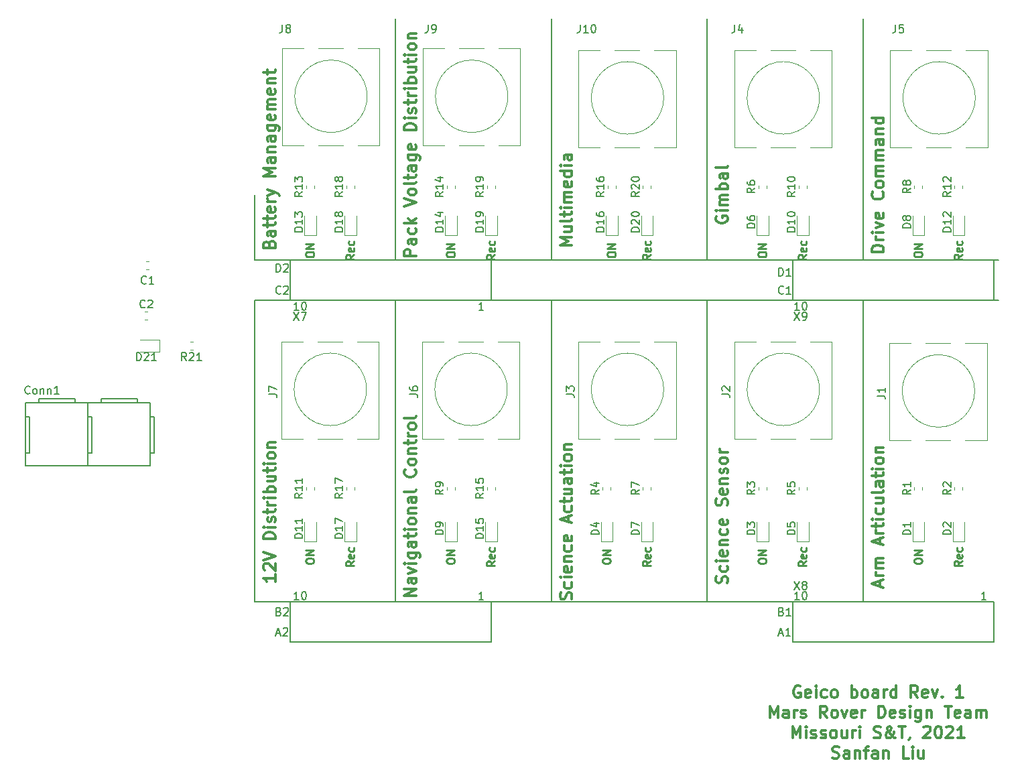
<source format=gbr>
G04 #@! TF.GenerationSoftware,KiCad,Pcbnew,(5.0.0)*
G04 #@! TF.CreationDate,2020-11-30T16:59:43-06:00*
G04 #@! TF.ProjectId,GiecoBoard_2021_Rev1,476965636F426F6172645F323032315F,rev?*
G04 #@! TF.SameCoordinates,Original*
G04 #@! TF.FileFunction,Legend,Top*
G04 #@! TF.FilePolarity,Positive*
%FSLAX46Y46*%
G04 Gerber Fmt 4.6, Leading zero omitted, Abs format (unit mm)*
G04 Created by KiCad (PCBNEW (5.0.0)) date 11/30/20 16:59:43*
%MOMM*%
%LPD*%
G01*
G04 APERTURE LIST*
%ADD10C,0.300000*%
%ADD11C,0.200000*%
%ADD12C,0.250000*%
%ADD13C,0.120000*%
%ADD14C,0.150000*%
G04 APERTURE END LIST*
D10*
X199057857Y-142745000D02*
X198915000Y-142673571D01*
X198700714Y-142673571D01*
X198486428Y-142745000D01*
X198343571Y-142887857D01*
X198272142Y-143030714D01*
X198200714Y-143316428D01*
X198200714Y-143530714D01*
X198272142Y-143816428D01*
X198343571Y-143959285D01*
X198486428Y-144102142D01*
X198700714Y-144173571D01*
X198843571Y-144173571D01*
X199057857Y-144102142D01*
X199129285Y-144030714D01*
X199129285Y-143530714D01*
X198843571Y-143530714D01*
X200343571Y-144102142D02*
X200200714Y-144173571D01*
X199915000Y-144173571D01*
X199772142Y-144102142D01*
X199700714Y-143959285D01*
X199700714Y-143387857D01*
X199772142Y-143245000D01*
X199915000Y-143173571D01*
X200200714Y-143173571D01*
X200343571Y-143245000D01*
X200415000Y-143387857D01*
X200415000Y-143530714D01*
X199700714Y-143673571D01*
X201057857Y-144173571D02*
X201057857Y-143173571D01*
X201057857Y-142673571D02*
X200986428Y-142745000D01*
X201057857Y-142816428D01*
X201129285Y-142745000D01*
X201057857Y-142673571D01*
X201057857Y-142816428D01*
X202415000Y-144102142D02*
X202272142Y-144173571D01*
X201986428Y-144173571D01*
X201843571Y-144102142D01*
X201772142Y-144030714D01*
X201700714Y-143887857D01*
X201700714Y-143459285D01*
X201772142Y-143316428D01*
X201843571Y-143245000D01*
X201986428Y-143173571D01*
X202272142Y-143173571D01*
X202415000Y-143245000D01*
X203272142Y-144173571D02*
X203129285Y-144102142D01*
X203057857Y-144030714D01*
X202986428Y-143887857D01*
X202986428Y-143459285D01*
X203057857Y-143316428D01*
X203129285Y-143245000D01*
X203272142Y-143173571D01*
X203486428Y-143173571D01*
X203629285Y-143245000D01*
X203700714Y-143316428D01*
X203772142Y-143459285D01*
X203772142Y-143887857D01*
X203700714Y-144030714D01*
X203629285Y-144102142D01*
X203486428Y-144173571D01*
X203272142Y-144173571D01*
X205557857Y-144173571D02*
X205557857Y-142673571D01*
X205557857Y-143245000D02*
X205700714Y-143173571D01*
X205986428Y-143173571D01*
X206129285Y-143245000D01*
X206200714Y-143316428D01*
X206272142Y-143459285D01*
X206272142Y-143887857D01*
X206200714Y-144030714D01*
X206129285Y-144102142D01*
X205986428Y-144173571D01*
X205700714Y-144173571D01*
X205557857Y-144102142D01*
X207129285Y-144173571D02*
X206986428Y-144102142D01*
X206915000Y-144030714D01*
X206843571Y-143887857D01*
X206843571Y-143459285D01*
X206915000Y-143316428D01*
X206986428Y-143245000D01*
X207129285Y-143173571D01*
X207343571Y-143173571D01*
X207486428Y-143245000D01*
X207557857Y-143316428D01*
X207629285Y-143459285D01*
X207629285Y-143887857D01*
X207557857Y-144030714D01*
X207486428Y-144102142D01*
X207343571Y-144173571D01*
X207129285Y-144173571D01*
X208915000Y-144173571D02*
X208915000Y-143387857D01*
X208843571Y-143245000D01*
X208700714Y-143173571D01*
X208415000Y-143173571D01*
X208272142Y-143245000D01*
X208915000Y-144102142D02*
X208772142Y-144173571D01*
X208415000Y-144173571D01*
X208272142Y-144102142D01*
X208200714Y-143959285D01*
X208200714Y-143816428D01*
X208272142Y-143673571D01*
X208415000Y-143602142D01*
X208772142Y-143602142D01*
X208915000Y-143530714D01*
X209629285Y-144173571D02*
X209629285Y-143173571D01*
X209629285Y-143459285D02*
X209700714Y-143316428D01*
X209772142Y-143245000D01*
X209915000Y-143173571D01*
X210057857Y-143173571D01*
X211200714Y-144173571D02*
X211200714Y-142673571D01*
X211200714Y-144102142D02*
X211057857Y-144173571D01*
X210772142Y-144173571D01*
X210629285Y-144102142D01*
X210557857Y-144030714D01*
X210486428Y-143887857D01*
X210486428Y-143459285D01*
X210557857Y-143316428D01*
X210629285Y-143245000D01*
X210772142Y-143173571D01*
X211057857Y-143173571D01*
X211200714Y-143245000D01*
X213915000Y-144173571D02*
X213415000Y-143459285D01*
X213057857Y-144173571D02*
X213057857Y-142673571D01*
X213629285Y-142673571D01*
X213772142Y-142745000D01*
X213843571Y-142816428D01*
X213915000Y-142959285D01*
X213915000Y-143173571D01*
X213843571Y-143316428D01*
X213772142Y-143387857D01*
X213629285Y-143459285D01*
X213057857Y-143459285D01*
X215129285Y-144102142D02*
X214986428Y-144173571D01*
X214700714Y-144173571D01*
X214557857Y-144102142D01*
X214486428Y-143959285D01*
X214486428Y-143387857D01*
X214557857Y-143245000D01*
X214700714Y-143173571D01*
X214986428Y-143173571D01*
X215129285Y-143245000D01*
X215200714Y-143387857D01*
X215200714Y-143530714D01*
X214486428Y-143673571D01*
X215700714Y-143173571D02*
X216057857Y-144173571D01*
X216415000Y-143173571D01*
X216986428Y-144030714D02*
X217057857Y-144102142D01*
X216986428Y-144173571D01*
X216915000Y-144102142D01*
X216986428Y-144030714D01*
X216986428Y-144173571D01*
X219629285Y-144173571D02*
X218772142Y-144173571D01*
X219200714Y-144173571D02*
X219200714Y-142673571D01*
X219057857Y-142887857D01*
X218915000Y-143030714D01*
X218772142Y-143102142D01*
X195236428Y-146723571D02*
X195236428Y-145223571D01*
X195736428Y-146295000D01*
X196236428Y-145223571D01*
X196236428Y-146723571D01*
X197593571Y-146723571D02*
X197593571Y-145937857D01*
X197522142Y-145795000D01*
X197379285Y-145723571D01*
X197093571Y-145723571D01*
X196950714Y-145795000D01*
X197593571Y-146652142D02*
X197450714Y-146723571D01*
X197093571Y-146723571D01*
X196950714Y-146652142D01*
X196879285Y-146509285D01*
X196879285Y-146366428D01*
X196950714Y-146223571D01*
X197093571Y-146152142D01*
X197450714Y-146152142D01*
X197593571Y-146080714D01*
X198307857Y-146723571D02*
X198307857Y-145723571D01*
X198307857Y-146009285D02*
X198379285Y-145866428D01*
X198450714Y-145795000D01*
X198593571Y-145723571D01*
X198736428Y-145723571D01*
X199165000Y-146652142D02*
X199307857Y-146723571D01*
X199593571Y-146723571D01*
X199736428Y-146652142D01*
X199807857Y-146509285D01*
X199807857Y-146437857D01*
X199736428Y-146295000D01*
X199593571Y-146223571D01*
X199379285Y-146223571D01*
X199236428Y-146152142D01*
X199165000Y-146009285D01*
X199165000Y-145937857D01*
X199236428Y-145795000D01*
X199379285Y-145723571D01*
X199593571Y-145723571D01*
X199736428Y-145795000D01*
X202450714Y-146723571D02*
X201950714Y-146009285D01*
X201593571Y-146723571D02*
X201593571Y-145223571D01*
X202165000Y-145223571D01*
X202307857Y-145295000D01*
X202379285Y-145366428D01*
X202450714Y-145509285D01*
X202450714Y-145723571D01*
X202379285Y-145866428D01*
X202307857Y-145937857D01*
X202165000Y-146009285D01*
X201593571Y-146009285D01*
X203307857Y-146723571D02*
X203165000Y-146652142D01*
X203093571Y-146580714D01*
X203022142Y-146437857D01*
X203022142Y-146009285D01*
X203093571Y-145866428D01*
X203165000Y-145795000D01*
X203307857Y-145723571D01*
X203522142Y-145723571D01*
X203665000Y-145795000D01*
X203736428Y-145866428D01*
X203807857Y-146009285D01*
X203807857Y-146437857D01*
X203736428Y-146580714D01*
X203665000Y-146652142D01*
X203522142Y-146723571D01*
X203307857Y-146723571D01*
X204307857Y-145723571D02*
X204665000Y-146723571D01*
X205022142Y-145723571D01*
X206165000Y-146652142D02*
X206022142Y-146723571D01*
X205736428Y-146723571D01*
X205593571Y-146652142D01*
X205522142Y-146509285D01*
X205522142Y-145937857D01*
X205593571Y-145795000D01*
X205736428Y-145723571D01*
X206022142Y-145723571D01*
X206165000Y-145795000D01*
X206236428Y-145937857D01*
X206236428Y-146080714D01*
X205522142Y-146223571D01*
X206879285Y-146723571D02*
X206879285Y-145723571D01*
X206879285Y-146009285D02*
X206950714Y-145866428D01*
X207022142Y-145795000D01*
X207165000Y-145723571D01*
X207307857Y-145723571D01*
X208950714Y-146723571D02*
X208950714Y-145223571D01*
X209307857Y-145223571D01*
X209522142Y-145295000D01*
X209665000Y-145437857D01*
X209736428Y-145580714D01*
X209807857Y-145866428D01*
X209807857Y-146080714D01*
X209736428Y-146366428D01*
X209665000Y-146509285D01*
X209522142Y-146652142D01*
X209307857Y-146723571D01*
X208950714Y-146723571D01*
X211022142Y-146652142D02*
X210879285Y-146723571D01*
X210593571Y-146723571D01*
X210450714Y-146652142D01*
X210379285Y-146509285D01*
X210379285Y-145937857D01*
X210450714Y-145795000D01*
X210593571Y-145723571D01*
X210879285Y-145723571D01*
X211022142Y-145795000D01*
X211093571Y-145937857D01*
X211093571Y-146080714D01*
X210379285Y-146223571D01*
X211665000Y-146652142D02*
X211807857Y-146723571D01*
X212093571Y-146723571D01*
X212236428Y-146652142D01*
X212307857Y-146509285D01*
X212307857Y-146437857D01*
X212236428Y-146295000D01*
X212093571Y-146223571D01*
X211879285Y-146223571D01*
X211736428Y-146152142D01*
X211665000Y-146009285D01*
X211665000Y-145937857D01*
X211736428Y-145795000D01*
X211879285Y-145723571D01*
X212093571Y-145723571D01*
X212236428Y-145795000D01*
X212950714Y-146723571D02*
X212950714Y-145723571D01*
X212950714Y-145223571D02*
X212879285Y-145295000D01*
X212950714Y-145366428D01*
X213022142Y-145295000D01*
X212950714Y-145223571D01*
X212950714Y-145366428D01*
X214307857Y-145723571D02*
X214307857Y-146937857D01*
X214236428Y-147080714D01*
X214165000Y-147152142D01*
X214022142Y-147223571D01*
X213807857Y-147223571D01*
X213665000Y-147152142D01*
X214307857Y-146652142D02*
X214165000Y-146723571D01*
X213879285Y-146723571D01*
X213736428Y-146652142D01*
X213665000Y-146580714D01*
X213593571Y-146437857D01*
X213593571Y-146009285D01*
X213665000Y-145866428D01*
X213736428Y-145795000D01*
X213879285Y-145723571D01*
X214165000Y-145723571D01*
X214307857Y-145795000D01*
X215022142Y-145723571D02*
X215022142Y-146723571D01*
X215022142Y-145866428D02*
X215093571Y-145795000D01*
X215236428Y-145723571D01*
X215450714Y-145723571D01*
X215593571Y-145795000D01*
X215665000Y-145937857D01*
X215665000Y-146723571D01*
X217307857Y-145223571D02*
X218165000Y-145223571D01*
X217736428Y-146723571D02*
X217736428Y-145223571D01*
X219236428Y-146652142D02*
X219093571Y-146723571D01*
X218807857Y-146723571D01*
X218665000Y-146652142D01*
X218593571Y-146509285D01*
X218593571Y-145937857D01*
X218665000Y-145795000D01*
X218807857Y-145723571D01*
X219093571Y-145723571D01*
X219236428Y-145795000D01*
X219307857Y-145937857D01*
X219307857Y-146080714D01*
X218593571Y-146223571D01*
X220593571Y-146723571D02*
X220593571Y-145937857D01*
X220522142Y-145795000D01*
X220379285Y-145723571D01*
X220093571Y-145723571D01*
X219950714Y-145795000D01*
X220593571Y-146652142D02*
X220450714Y-146723571D01*
X220093571Y-146723571D01*
X219950714Y-146652142D01*
X219879285Y-146509285D01*
X219879285Y-146366428D01*
X219950714Y-146223571D01*
X220093571Y-146152142D01*
X220450714Y-146152142D01*
X220593571Y-146080714D01*
X221307857Y-146723571D02*
X221307857Y-145723571D01*
X221307857Y-145866428D02*
X221379285Y-145795000D01*
X221522142Y-145723571D01*
X221736428Y-145723571D01*
X221879285Y-145795000D01*
X221950714Y-145937857D01*
X221950714Y-146723571D01*
X221950714Y-145937857D02*
X222022142Y-145795000D01*
X222165000Y-145723571D01*
X222379285Y-145723571D01*
X222522142Y-145795000D01*
X222593571Y-145937857D01*
X222593571Y-146723571D01*
X198093571Y-149273571D02*
X198093571Y-147773571D01*
X198593571Y-148845000D01*
X199093571Y-147773571D01*
X199093571Y-149273571D01*
X199807857Y-149273571D02*
X199807857Y-148273571D01*
X199807857Y-147773571D02*
X199736428Y-147845000D01*
X199807857Y-147916428D01*
X199879285Y-147845000D01*
X199807857Y-147773571D01*
X199807857Y-147916428D01*
X200450714Y-149202142D02*
X200593571Y-149273571D01*
X200879285Y-149273571D01*
X201022142Y-149202142D01*
X201093571Y-149059285D01*
X201093571Y-148987857D01*
X201022142Y-148845000D01*
X200879285Y-148773571D01*
X200665000Y-148773571D01*
X200522142Y-148702142D01*
X200450714Y-148559285D01*
X200450714Y-148487857D01*
X200522142Y-148345000D01*
X200665000Y-148273571D01*
X200879285Y-148273571D01*
X201022142Y-148345000D01*
X201665000Y-149202142D02*
X201807857Y-149273571D01*
X202093571Y-149273571D01*
X202236428Y-149202142D01*
X202307857Y-149059285D01*
X202307857Y-148987857D01*
X202236428Y-148845000D01*
X202093571Y-148773571D01*
X201879285Y-148773571D01*
X201736428Y-148702142D01*
X201665000Y-148559285D01*
X201665000Y-148487857D01*
X201736428Y-148345000D01*
X201879285Y-148273571D01*
X202093571Y-148273571D01*
X202236428Y-148345000D01*
X203165000Y-149273571D02*
X203022142Y-149202142D01*
X202950714Y-149130714D01*
X202879285Y-148987857D01*
X202879285Y-148559285D01*
X202950714Y-148416428D01*
X203022142Y-148345000D01*
X203165000Y-148273571D01*
X203379285Y-148273571D01*
X203522142Y-148345000D01*
X203593571Y-148416428D01*
X203665000Y-148559285D01*
X203665000Y-148987857D01*
X203593571Y-149130714D01*
X203522142Y-149202142D01*
X203379285Y-149273571D01*
X203165000Y-149273571D01*
X204950714Y-148273571D02*
X204950714Y-149273571D01*
X204307857Y-148273571D02*
X204307857Y-149059285D01*
X204379285Y-149202142D01*
X204522142Y-149273571D01*
X204736428Y-149273571D01*
X204879285Y-149202142D01*
X204950714Y-149130714D01*
X205665000Y-149273571D02*
X205665000Y-148273571D01*
X205665000Y-148559285D02*
X205736428Y-148416428D01*
X205807857Y-148345000D01*
X205950714Y-148273571D01*
X206093571Y-148273571D01*
X206593571Y-149273571D02*
X206593571Y-148273571D01*
X206593571Y-147773571D02*
X206522142Y-147845000D01*
X206593571Y-147916428D01*
X206665000Y-147845000D01*
X206593571Y-147773571D01*
X206593571Y-147916428D01*
X208379285Y-149202142D02*
X208593571Y-149273571D01*
X208950714Y-149273571D01*
X209093571Y-149202142D01*
X209165000Y-149130714D01*
X209236428Y-148987857D01*
X209236428Y-148845000D01*
X209165000Y-148702142D01*
X209093571Y-148630714D01*
X208950714Y-148559285D01*
X208665000Y-148487857D01*
X208522142Y-148416428D01*
X208450714Y-148345000D01*
X208379285Y-148202142D01*
X208379285Y-148059285D01*
X208450714Y-147916428D01*
X208522142Y-147845000D01*
X208665000Y-147773571D01*
X209022142Y-147773571D01*
X209236428Y-147845000D01*
X211093571Y-149273571D02*
X211022142Y-149273571D01*
X210879285Y-149202142D01*
X210665000Y-148987857D01*
X210307857Y-148559285D01*
X210165000Y-148345000D01*
X210093571Y-148130714D01*
X210093571Y-147987857D01*
X210165000Y-147845000D01*
X210307857Y-147773571D01*
X210379285Y-147773571D01*
X210522142Y-147845000D01*
X210593571Y-147987857D01*
X210593571Y-148059285D01*
X210522142Y-148202142D01*
X210450714Y-148273571D01*
X210022142Y-148559285D01*
X209950714Y-148630714D01*
X209879285Y-148773571D01*
X209879285Y-148987857D01*
X209950714Y-149130714D01*
X210022142Y-149202142D01*
X210165000Y-149273571D01*
X210379285Y-149273571D01*
X210522142Y-149202142D01*
X210593571Y-149130714D01*
X210807857Y-148845000D01*
X210879285Y-148630714D01*
X210879285Y-148487857D01*
X211522142Y-147773571D02*
X212379285Y-147773571D01*
X211950714Y-149273571D02*
X211950714Y-147773571D01*
X212950714Y-149202142D02*
X212950714Y-149273571D01*
X212879285Y-149416428D01*
X212807857Y-149487857D01*
X214665000Y-147916428D02*
X214736428Y-147845000D01*
X214879285Y-147773571D01*
X215236428Y-147773571D01*
X215379285Y-147845000D01*
X215450714Y-147916428D01*
X215522142Y-148059285D01*
X215522142Y-148202142D01*
X215450714Y-148416428D01*
X214593571Y-149273571D01*
X215522142Y-149273571D01*
X216450714Y-147773571D02*
X216593571Y-147773571D01*
X216736428Y-147845000D01*
X216807857Y-147916428D01*
X216879285Y-148059285D01*
X216950714Y-148345000D01*
X216950714Y-148702142D01*
X216879285Y-148987857D01*
X216807857Y-149130714D01*
X216736428Y-149202142D01*
X216593571Y-149273571D01*
X216450714Y-149273571D01*
X216307857Y-149202142D01*
X216236428Y-149130714D01*
X216165000Y-148987857D01*
X216093571Y-148702142D01*
X216093571Y-148345000D01*
X216165000Y-148059285D01*
X216236428Y-147916428D01*
X216307857Y-147845000D01*
X216450714Y-147773571D01*
X217522142Y-147916428D02*
X217593571Y-147845000D01*
X217736428Y-147773571D01*
X218093571Y-147773571D01*
X218236428Y-147845000D01*
X218307857Y-147916428D01*
X218379285Y-148059285D01*
X218379285Y-148202142D01*
X218307857Y-148416428D01*
X217450714Y-149273571D01*
X218379285Y-149273571D01*
X219807857Y-149273571D02*
X218950714Y-149273571D01*
X219379285Y-149273571D02*
X219379285Y-147773571D01*
X219236428Y-147987857D01*
X219093571Y-148130714D01*
X218950714Y-148202142D01*
X203129285Y-151752142D02*
X203343571Y-151823571D01*
X203700714Y-151823571D01*
X203843571Y-151752142D01*
X203915000Y-151680714D01*
X203986428Y-151537857D01*
X203986428Y-151395000D01*
X203915000Y-151252142D01*
X203843571Y-151180714D01*
X203700714Y-151109285D01*
X203415000Y-151037857D01*
X203272142Y-150966428D01*
X203200714Y-150895000D01*
X203129285Y-150752142D01*
X203129285Y-150609285D01*
X203200714Y-150466428D01*
X203272142Y-150395000D01*
X203415000Y-150323571D01*
X203772142Y-150323571D01*
X203986428Y-150395000D01*
X205272142Y-151823571D02*
X205272142Y-151037857D01*
X205200714Y-150895000D01*
X205057857Y-150823571D01*
X204772142Y-150823571D01*
X204629285Y-150895000D01*
X205272142Y-151752142D02*
X205129285Y-151823571D01*
X204772142Y-151823571D01*
X204629285Y-151752142D01*
X204557857Y-151609285D01*
X204557857Y-151466428D01*
X204629285Y-151323571D01*
X204772142Y-151252142D01*
X205129285Y-151252142D01*
X205272142Y-151180714D01*
X205986428Y-150823571D02*
X205986428Y-151823571D01*
X205986428Y-150966428D02*
X206057857Y-150895000D01*
X206200714Y-150823571D01*
X206415000Y-150823571D01*
X206557857Y-150895000D01*
X206629285Y-151037857D01*
X206629285Y-151823571D01*
X207129285Y-150823571D02*
X207700714Y-150823571D01*
X207343571Y-151823571D02*
X207343571Y-150537857D01*
X207415000Y-150395000D01*
X207557857Y-150323571D01*
X207700714Y-150323571D01*
X208843571Y-151823571D02*
X208843571Y-151037857D01*
X208772142Y-150895000D01*
X208629285Y-150823571D01*
X208343571Y-150823571D01*
X208200714Y-150895000D01*
X208843571Y-151752142D02*
X208700714Y-151823571D01*
X208343571Y-151823571D01*
X208200714Y-151752142D01*
X208129285Y-151609285D01*
X208129285Y-151466428D01*
X208200714Y-151323571D01*
X208343571Y-151252142D01*
X208700714Y-151252142D01*
X208843571Y-151180714D01*
X209557857Y-150823571D02*
X209557857Y-151823571D01*
X209557857Y-150966428D02*
X209629285Y-150895000D01*
X209772142Y-150823571D01*
X209986428Y-150823571D01*
X210129285Y-150895000D01*
X210200714Y-151037857D01*
X210200714Y-151823571D01*
X212772142Y-151823571D02*
X212057857Y-151823571D01*
X212057857Y-150323571D01*
X213272142Y-151823571D02*
X213272142Y-150823571D01*
X213272142Y-150323571D02*
X213200714Y-150395000D01*
X213272142Y-150466428D01*
X213343571Y-150395000D01*
X213272142Y-150323571D01*
X213272142Y-150466428D01*
X214629285Y-150823571D02*
X214629285Y-151823571D01*
X213986428Y-150823571D02*
X213986428Y-151609285D01*
X214057857Y-151752142D01*
X214200714Y-151823571D01*
X214415000Y-151823571D01*
X214557857Y-151752142D01*
X214629285Y-151680714D01*
D11*
X207010000Y-88900000D02*
X207010000Y-58420000D01*
X187325000Y-88900000D02*
X187325000Y-58420000D01*
X167640000Y-88900000D02*
X167640000Y-58420000D01*
X147955000Y-88900000D02*
X147955000Y-58420000D01*
X130175000Y-88900000D02*
X224155000Y-88900000D01*
X130175000Y-80645000D02*
X130175000Y-88900000D01*
X207010000Y-132080000D02*
X207010000Y-93980000D01*
X187325000Y-132080000D02*
X187325000Y-93980000D01*
X167640000Y-132080000D02*
X167640000Y-93980000D01*
X130175000Y-132080000D02*
X223520000Y-132080000D01*
X130175000Y-93980000D02*
X130175000Y-132080000D01*
X224155000Y-93980000D02*
X130175000Y-93980000D01*
X146685000Y-93980000D02*
X223520000Y-93980000D01*
X147955000Y-132080000D02*
X147955000Y-93980000D01*
D10*
X209593571Y-87839285D02*
X208093571Y-87839285D01*
X208093571Y-87482142D01*
X208165000Y-87267857D01*
X208307857Y-87125000D01*
X208450714Y-87053571D01*
X208736428Y-86982142D01*
X208950714Y-86982142D01*
X209236428Y-87053571D01*
X209379285Y-87125000D01*
X209522142Y-87267857D01*
X209593571Y-87482142D01*
X209593571Y-87839285D01*
X209593571Y-86339285D02*
X208593571Y-86339285D01*
X208879285Y-86339285D02*
X208736428Y-86267857D01*
X208665000Y-86196428D01*
X208593571Y-86053571D01*
X208593571Y-85910714D01*
X209593571Y-85410714D02*
X208593571Y-85410714D01*
X208093571Y-85410714D02*
X208165000Y-85482142D01*
X208236428Y-85410714D01*
X208165000Y-85339285D01*
X208093571Y-85410714D01*
X208236428Y-85410714D01*
X208593571Y-84839285D02*
X209593571Y-84482142D01*
X208593571Y-84125000D01*
X209522142Y-82982142D02*
X209593571Y-83125000D01*
X209593571Y-83410714D01*
X209522142Y-83553571D01*
X209379285Y-83625000D01*
X208807857Y-83625000D01*
X208665000Y-83553571D01*
X208593571Y-83410714D01*
X208593571Y-83125000D01*
X208665000Y-82982142D01*
X208807857Y-82910714D01*
X208950714Y-82910714D01*
X209093571Y-83625000D01*
X209450714Y-80267857D02*
X209522142Y-80339285D01*
X209593571Y-80553571D01*
X209593571Y-80696428D01*
X209522142Y-80910714D01*
X209379285Y-81053571D01*
X209236428Y-81125000D01*
X208950714Y-81196428D01*
X208736428Y-81196428D01*
X208450714Y-81125000D01*
X208307857Y-81053571D01*
X208165000Y-80910714D01*
X208093571Y-80696428D01*
X208093571Y-80553571D01*
X208165000Y-80339285D01*
X208236428Y-80267857D01*
X209593571Y-79410714D02*
X209522142Y-79553571D01*
X209450714Y-79625000D01*
X209307857Y-79696428D01*
X208879285Y-79696428D01*
X208736428Y-79625000D01*
X208665000Y-79553571D01*
X208593571Y-79410714D01*
X208593571Y-79196428D01*
X208665000Y-79053571D01*
X208736428Y-78982142D01*
X208879285Y-78910714D01*
X209307857Y-78910714D01*
X209450714Y-78982142D01*
X209522142Y-79053571D01*
X209593571Y-79196428D01*
X209593571Y-79410714D01*
X209593571Y-78267857D02*
X208593571Y-78267857D01*
X208736428Y-78267857D02*
X208665000Y-78196428D01*
X208593571Y-78053571D01*
X208593571Y-77839285D01*
X208665000Y-77696428D01*
X208807857Y-77625000D01*
X209593571Y-77625000D01*
X208807857Y-77625000D02*
X208665000Y-77553571D01*
X208593571Y-77410714D01*
X208593571Y-77196428D01*
X208665000Y-77053571D01*
X208807857Y-76982142D01*
X209593571Y-76982142D01*
X209593571Y-76267857D02*
X208593571Y-76267857D01*
X208736428Y-76267857D02*
X208665000Y-76196428D01*
X208593571Y-76053571D01*
X208593571Y-75839285D01*
X208665000Y-75696428D01*
X208807857Y-75625000D01*
X209593571Y-75625000D01*
X208807857Y-75625000D02*
X208665000Y-75553571D01*
X208593571Y-75410714D01*
X208593571Y-75196428D01*
X208665000Y-75053571D01*
X208807857Y-74982142D01*
X209593571Y-74982142D01*
X209593571Y-73625000D02*
X208807857Y-73625000D01*
X208665000Y-73696428D01*
X208593571Y-73839285D01*
X208593571Y-74125000D01*
X208665000Y-74267857D01*
X209522142Y-73625000D02*
X209593571Y-73767857D01*
X209593571Y-74125000D01*
X209522142Y-74267857D01*
X209379285Y-74339285D01*
X209236428Y-74339285D01*
X209093571Y-74267857D01*
X209022142Y-74125000D01*
X209022142Y-73767857D01*
X208950714Y-73625000D01*
X208593571Y-72910714D02*
X209593571Y-72910714D01*
X208736428Y-72910714D02*
X208665000Y-72839285D01*
X208593571Y-72696428D01*
X208593571Y-72482142D01*
X208665000Y-72339285D01*
X208807857Y-72267857D01*
X209593571Y-72267857D01*
X209593571Y-70910714D02*
X208093571Y-70910714D01*
X209522142Y-70910714D02*
X209593571Y-71053571D01*
X209593571Y-71339285D01*
X209522142Y-71482142D01*
X209450714Y-71553571D01*
X209307857Y-71625000D01*
X208879285Y-71625000D01*
X208736428Y-71553571D01*
X208665000Y-71482142D01*
X208593571Y-71339285D01*
X208593571Y-71053571D01*
X208665000Y-70910714D01*
X188480000Y-83359285D02*
X188408571Y-83502142D01*
X188408571Y-83716428D01*
X188480000Y-83930714D01*
X188622857Y-84073571D01*
X188765714Y-84145000D01*
X189051428Y-84216428D01*
X189265714Y-84216428D01*
X189551428Y-84145000D01*
X189694285Y-84073571D01*
X189837142Y-83930714D01*
X189908571Y-83716428D01*
X189908571Y-83573571D01*
X189837142Y-83359285D01*
X189765714Y-83287857D01*
X189265714Y-83287857D01*
X189265714Y-83573571D01*
X189908571Y-82645000D02*
X188908571Y-82645000D01*
X188408571Y-82645000D02*
X188480000Y-82716428D01*
X188551428Y-82645000D01*
X188480000Y-82573571D01*
X188408571Y-82645000D01*
X188551428Y-82645000D01*
X189908571Y-81930714D02*
X188908571Y-81930714D01*
X189051428Y-81930714D02*
X188980000Y-81859285D01*
X188908571Y-81716428D01*
X188908571Y-81502142D01*
X188980000Y-81359285D01*
X189122857Y-81287857D01*
X189908571Y-81287857D01*
X189122857Y-81287857D02*
X188980000Y-81216428D01*
X188908571Y-81073571D01*
X188908571Y-80859285D01*
X188980000Y-80716428D01*
X189122857Y-80645000D01*
X189908571Y-80645000D01*
X189908571Y-79930714D02*
X188408571Y-79930714D01*
X188980000Y-79930714D02*
X188908571Y-79787857D01*
X188908571Y-79502142D01*
X188980000Y-79359285D01*
X189051428Y-79287857D01*
X189194285Y-79216428D01*
X189622857Y-79216428D01*
X189765714Y-79287857D01*
X189837142Y-79359285D01*
X189908571Y-79502142D01*
X189908571Y-79787857D01*
X189837142Y-79930714D01*
X189908571Y-77930714D02*
X189122857Y-77930714D01*
X188980000Y-78002142D01*
X188908571Y-78145000D01*
X188908571Y-78430714D01*
X188980000Y-78573571D01*
X189837142Y-77930714D02*
X189908571Y-78073571D01*
X189908571Y-78430714D01*
X189837142Y-78573571D01*
X189694285Y-78645000D01*
X189551428Y-78645000D01*
X189408571Y-78573571D01*
X189337142Y-78430714D01*
X189337142Y-78073571D01*
X189265714Y-77930714D01*
X189908571Y-77002142D02*
X189837142Y-77145000D01*
X189694285Y-77216428D01*
X188408571Y-77216428D01*
X170223571Y-86994285D02*
X168723571Y-86994285D01*
X169795000Y-86494285D01*
X168723571Y-85994285D01*
X170223571Y-85994285D01*
X169223571Y-84637142D02*
X170223571Y-84637142D01*
X169223571Y-85280000D02*
X170009285Y-85280000D01*
X170152142Y-85208571D01*
X170223571Y-85065714D01*
X170223571Y-84851428D01*
X170152142Y-84708571D01*
X170080714Y-84637142D01*
X170223571Y-83708571D02*
X170152142Y-83851428D01*
X170009285Y-83922857D01*
X168723571Y-83922857D01*
X169223571Y-83351428D02*
X169223571Y-82780000D01*
X168723571Y-83137142D02*
X170009285Y-83137142D01*
X170152142Y-83065714D01*
X170223571Y-82922857D01*
X170223571Y-82780000D01*
X170223571Y-82280000D02*
X169223571Y-82280000D01*
X168723571Y-82280000D02*
X168795000Y-82351428D01*
X168866428Y-82280000D01*
X168795000Y-82208571D01*
X168723571Y-82280000D01*
X168866428Y-82280000D01*
X170223571Y-81565714D02*
X169223571Y-81565714D01*
X169366428Y-81565714D02*
X169295000Y-81494285D01*
X169223571Y-81351428D01*
X169223571Y-81137142D01*
X169295000Y-80994285D01*
X169437857Y-80922857D01*
X170223571Y-80922857D01*
X169437857Y-80922857D02*
X169295000Y-80851428D01*
X169223571Y-80708571D01*
X169223571Y-80494285D01*
X169295000Y-80351428D01*
X169437857Y-80280000D01*
X170223571Y-80280000D01*
X170152142Y-78994285D02*
X170223571Y-79137142D01*
X170223571Y-79422857D01*
X170152142Y-79565714D01*
X170009285Y-79637142D01*
X169437857Y-79637142D01*
X169295000Y-79565714D01*
X169223571Y-79422857D01*
X169223571Y-79137142D01*
X169295000Y-78994285D01*
X169437857Y-78922857D01*
X169580714Y-78922857D01*
X169723571Y-79637142D01*
X170223571Y-77637142D02*
X168723571Y-77637142D01*
X170152142Y-77637142D02*
X170223571Y-77780000D01*
X170223571Y-78065714D01*
X170152142Y-78208571D01*
X170080714Y-78280000D01*
X169937857Y-78351428D01*
X169509285Y-78351428D01*
X169366428Y-78280000D01*
X169295000Y-78208571D01*
X169223571Y-78065714D01*
X169223571Y-77780000D01*
X169295000Y-77637142D01*
X170223571Y-76922857D02*
X169223571Y-76922857D01*
X168723571Y-76922857D02*
X168795000Y-76994285D01*
X168866428Y-76922857D01*
X168795000Y-76851428D01*
X168723571Y-76922857D01*
X168866428Y-76922857D01*
X170223571Y-75565714D02*
X169437857Y-75565714D01*
X169295000Y-75637142D01*
X169223571Y-75780000D01*
X169223571Y-76065714D01*
X169295000Y-76208571D01*
X170152142Y-75565714D02*
X170223571Y-75708571D01*
X170223571Y-76065714D01*
X170152142Y-76208571D01*
X170009285Y-76280000D01*
X169866428Y-76280000D01*
X169723571Y-76208571D01*
X169652142Y-76065714D01*
X169652142Y-75708571D01*
X169580714Y-75565714D01*
X150538571Y-88366428D02*
X149038571Y-88366428D01*
X149038571Y-87795000D01*
X149110000Y-87652142D01*
X149181428Y-87580714D01*
X149324285Y-87509285D01*
X149538571Y-87509285D01*
X149681428Y-87580714D01*
X149752857Y-87652142D01*
X149824285Y-87795000D01*
X149824285Y-88366428D01*
X150538571Y-86223571D02*
X149752857Y-86223571D01*
X149610000Y-86295000D01*
X149538571Y-86437857D01*
X149538571Y-86723571D01*
X149610000Y-86866428D01*
X150467142Y-86223571D02*
X150538571Y-86366428D01*
X150538571Y-86723571D01*
X150467142Y-86866428D01*
X150324285Y-86937857D01*
X150181428Y-86937857D01*
X150038571Y-86866428D01*
X149967142Y-86723571D01*
X149967142Y-86366428D01*
X149895714Y-86223571D01*
X150467142Y-84866428D02*
X150538571Y-85009285D01*
X150538571Y-85295000D01*
X150467142Y-85437857D01*
X150395714Y-85509285D01*
X150252857Y-85580714D01*
X149824285Y-85580714D01*
X149681428Y-85509285D01*
X149610000Y-85437857D01*
X149538571Y-85295000D01*
X149538571Y-85009285D01*
X149610000Y-84866428D01*
X150538571Y-84223571D02*
X149038571Y-84223571D01*
X149967142Y-84080714D02*
X150538571Y-83652142D01*
X149538571Y-83652142D02*
X150110000Y-84223571D01*
X149038571Y-82080714D02*
X150538571Y-81580714D01*
X149038571Y-81080714D01*
X150538571Y-80366428D02*
X150467142Y-80509285D01*
X150395714Y-80580714D01*
X150252857Y-80652142D01*
X149824285Y-80652142D01*
X149681428Y-80580714D01*
X149610000Y-80509285D01*
X149538571Y-80366428D01*
X149538571Y-80152142D01*
X149610000Y-80009285D01*
X149681428Y-79937857D01*
X149824285Y-79866428D01*
X150252857Y-79866428D01*
X150395714Y-79937857D01*
X150467142Y-80009285D01*
X150538571Y-80152142D01*
X150538571Y-80366428D01*
X150538571Y-79009285D02*
X150467142Y-79152142D01*
X150324285Y-79223571D01*
X149038571Y-79223571D01*
X149538571Y-78652142D02*
X149538571Y-78080714D01*
X149038571Y-78437857D02*
X150324285Y-78437857D01*
X150467142Y-78366428D01*
X150538571Y-78223571D01*
X150538571Y-78080714D01*
X150538571Y-76937857D02*
X149752857Y-76937857D01*
X149610000Y-77009285D01*
X149538571Y-77152142D01*
X149538571Y-77437857D01*
X149610000Y-77580714D01*
X150467142Y-76937857D02*
X150538571Y-77080714D01*
X150538571Y-77437857D01*
X150467142Y-77580714D01*
X150324285Y-77652142D01*
X150181428Y-77652142D01*
X150038571Y-77580714D01*
X149967142Y-77437857D01*
X149967142Y-77080714D01*
X149895714Y-76937857D01*
X149538571Y-75580714D02*
X150752857Y-75580714D01*
X150895714Y-75652142D01*
X150967142Y-75723571D01*
X151038571Y-75866428D01*
X151038571Y-76080714D01*
X150967142Y-76223571D01*
X150467142Y-75580714D02*
X150538571Y-75723571D01*
X150538571Y-76009285D01*
X150467142Y-76152142D01*
X150395714Y-76223571D01*
X150252857Y-76295000D01*
X149824285Y-76295000D01*
X149681428Y-76223571D01*
X149610000Y-76152142D01*
X149538571Y-76009285D01*
X149538571Y-75723571D01*
X149610000Y-75580714D01*
X150467142Y-74295000D02*
X150538571Y-74437857D01*
X150538571Y-74723571D01*
X150467142Y-74866428D01*
X150324285Y-74937857D01*
X149752857Y-74937857D01*
X149610000Y-74866428D01*
X149538571Y-74723571D01*
X149538571Y-74437857D01*
X149610000Y-74295000D01*
X149752857Y-74223571D01*
X149895714Y-74223571D01*
X150038571Y-74937857D01*
X150538571Y-72437857D02*
X149038571Y-72437857D01*
X149038571Y-72080714D01*
X149110000Y-71866428D01*
X149252857Y-71723571D01*
X149395714Y-71652142D01*
X149681428Y-71580714D01*
X149895714Y-71580714D01*
X150181428Y-71652142D01*
X150324285Y-71723571D01*
X150467142Y-71866428D01*
X150538571Y-72080714D01*
X150538571Y-72437857D01*
X150538571Y-70937857D02*
X149538571Y-70937857D01*
X149038571Y-70937857D02*
X149110000Y-71009285D01*
X149181428Y-70937857D01*
X149110000Y-70866428D01*
X149038571Y-70937857D01*
X149181428Y-70937857D01*
X150467142Y-70295000D02*
X150538571Y-70152142D01*
X150538571Y-69866428D01*
X150467142Y-69723571D01*
X150324285Y-69652142D01*
X150252857Y-69652142D01*
X150110000Y-69723571D01*
X150038571Y-69866428D01*
X150038571Y-70080714D01*
X149967142Y-70223571D01*
X149824285Y-70295000D01*
X149752857Y-70295000D01*
X149610000Y-70223571D01*
X149538571Y-70080714D01*
X149538571Y-69866428D01*
X149610000Y-69723571D01*
X149538571Y-69223571D02*
X149538571Y-68652142D01*
X149038571Y-69009285D02*
X150324285Y-69009285D01*
X150467142Y-68937857D01*
X150538571Y-68795000D01*
X150538571Y-68652142D01*
X150538571Y-68152142D02*
X149538571Y-68152142D01*
X149824285Y-68152142D02*
X149681428Y-68080714D01*
X149610000Y-68009285D01*
X149538571Y-67866428D01*
X149538571Y-67723571D01*
X150538571Y-67223571D02*
X149538571Y-67223571D01*
X149038571Y-67223571D02*
X149110000Y-67295000D01*
X149181428Y-67223571D01*
X149110000Y-67152142D01*
X149038571Y-67223571D01*
X149181428Y-67223571D01*
X150538571Y-66509285D02*
X149038571Y-66509285D01*
X149610000Y-66509285D02*
X149538571Y-66366428D01*
X149538571Y-66080714D01*
X149610000Y-65937857D01*
X149681428Y-65866428D01*
X149824285Y-65795000D01*
X150252857Y-65795000D01*
X150395714Y-65866428D01*
X150467142Y-65937857D01*
X150538571Y-66080714D01*
X150538571Y-66366428D01*
X150467142Y-66509285D01*
X149538571Y-64509285D02*
X150538571Y-64509285D01*
X149538571Y-65152142D02*
X150324285Y-65152142D01*
X150467142Y-65080714D01*
X150538571Y-64937857D01*
X150538571Y-64723571D01*
X150467142Y-64580714D01*
X150395714Y-64509285D01*
X149538571Y-64009285D02*
X149538571Y-63437857D01*
X149038571Y-63795000D02*
X150324285Y-63795000D01*
X150467142Y-63723571D01*
X150538571Y-63580714D01*
X150538571Y-63437857D01*
X150538571Y-62937857D02*
X149538571Y-62937857D01*
X149038571Y-62937857D02*
X149110000Y-63009285D01*
X149181428Y-62937857D01*
X149110000Y-62866428D01*
X149038571Y-62937857D01*
X149181428Y-62937857D01*
X150538571Y-62009285D02*
X150467142Y-62152142D01*
X150395714Y-62223571D01*
X150252857Y-62295000D01*
X149824285Y-62295000D01*
X149681428Y-62223571D01*
X149610000Y-62152142D01*
X149538571Y-62009285D01*
X149538571Y-61795000D01*
X149610000Y-61652142D01*
X149681428Y-61580714D01*
X149824285Y-61509285D01*
X150252857Y-61509285D01*
X150395714Y-61580714D01*
X150467142Y-61652142D01*
X150538571Y-61795000D01*
X150538571Y-62009285D01*
X149538571Y-60866428D02*
X150538571Y-60866428D01*
X149681428Y-60866428D02*
X149610000Y-60795000D01*
X149538571Y-60652142D01*
X149538571Y-60437857D01*
X149610000Y-60295000D01*
X149752857Y-60223571D01*
X150538571Y-60223571D01*
X131972857Y-86842857D02*
X132044285Y-86628571D01*
X132115714Y-86557142D01*
X132258571Y-86485714D01*
X132472857Y-86485714D01*
X132615714Y-86557142D01*
X132687142Y-86628571D01*
X132758571Y-86771428D01*
X132758571Y-87342857D01*
X131258571Y-87342857D01*
X131258571Y-86842857D01*
X131330000Y-86700000D01*
X131401428Y-86628571D01*
X131544285Y-86557142D01*
X131687142Y-86557142D01*
X131830000Y-86628571D01*
X131901428Y-86700000D01*
X131972857Y-86842857D01*
X131972857Y-87342857D01*
X132758571Y-85200000D02*
X131972857Y-85200000D01*
X131830000Y-85271428D01*
X131758571Y-85414285D01*
X131758571Y-85700000D01*
X131830000Y-85842857D01*
X132687142Y-85200000D02*
X132758571Y-85342857D01*
X132758571Y-85700000D01*
X132687142Y-85842857D01*
X132544285Y-85914285D01*
X132401428Y-85914285D01*
X132258571Y-85842857D01*
X132187142Y-85700000D01*
X132187142Y-85342857D01*
X132115714Y-85200000D01*
X131758571Y-84700000D02*
X131758571Y-84128571D01*
X131258571Y-84485714D02*
X132544285Y-84485714D01*
X132687142Y-84414285D01*
X132758571Y-84271428D01*
X132758571Y-84128571D01*
X131758571Y-83842857D02*
X131758571Y-83271428D01*
X131258571Y-83628571D02*
X132544285Y-83628571D01*
X132687142Y-83557142D01*
X132758571Y-83414285D01*
X132758571Y-83271428D01*
X132687142Y-82200000D02*
X132758571Y-82342857D01*
X132758571Y-82628571D01*
X132687142Y-82771428D01*
X132544285Y-82842857D01*
X131972857Y-82842857D01*
X131830000Y-82771428D01*
X131758571Y-82628571D01*
X131758571Y-82342857D01*
X131830000Y-82200000D01*
X131972857Y-82128571D01*
X132115714Y-82128571D01*
X132258571Y-82842857D01*
X132758571Y-81485714D02*
X131758571Y-81485714D01*
X132044285Y-81485714D02*
X131901428Y-81414285D01*
X131830000Y-81342857D01*
X131758571Y-81200000D01*
X131758571Y-81057142D01*
X131758571Y-80700000D02*
X132758571Y-80342857D01*
X131758571Y-79985714D02*
X132758571Y-80342857D01*
X133115714Y-80485714D01*
X133187142Y-80557142D01*
X133258571Y-80700000D01*
X132758571Y-78271428D02*
X131258571Y-78271428D01*
X132330000Y-77771428D01*
X131258571Y-77271428D01*
X132758571Y-77271428D01*
X132758571Y-75914285D02*
X131972857Y-75914285D01*
X131830000Y-75985714D01*
X131758571Y-76128571D01*
X131758571Y-76414285D01*
X131830000Y-76557142D01*
X132687142Y-75914285D02*
X132758571Y-76057142D01*
X132758571Y-76414285D01*
X132687142Y-76557142D01*
X132544285Y-76628571D01*
X132401428Y-76628571D01*
X132258571Y-76557142D01*
X132187142Y-76414285D01*
X132187142Y-76057142D01*
X132115714Y-75914285D01*
X131758571Y-75200000D02*
X132758571Y-75200000D01*
X131901428Y-75200000D02*
X131830000Y-75128571D01*
X131758571Y-74985714D01*
X131758571Y-74771428D01*
X131830000Y-74628571D01*
X131972857Y-74557142D01*
X132758571Y-74557142D01*
X132758571Y-73200000D02*
X131972857Y-73200000D01*
X131830000Y-73271428D01*
X131758571Y-73414285D01*
X131758571Y-73700000D01*
X131830000Y-73842857D01*
X132687142Y-73200000D02*
X132758571Y-73342857D01*
X132758571Y-73700000D01*
X132687142Y-73842857D01*
X132544285Y-73914285D01*
X132401428Y-73914285D01*
X132258571Y-73842857D01*
X132187142Y-73700000D01*
X132187142Y-73342857D01*
X132115714Y-73200000D01*
X131758571Y-71842857D02*
X132972857Y-71842857D01*
X133115714Y-71914285D01*
X133187142Y-71985714D01*
X133258571Y-72128571D01*
X133258571Y-72342857D01*
X133187142Y-72485714D01*
X132687142Y-71842857D02*
X132758571Y-71985714D01*
X132758571Y-72271428D01*
X132687142Y-72414285D01*
X132615714Y-72485714D01*
X132472857Y-72557142D01*
X132044285Y-72557142D01*
X131901428Y-72485714D01*
X131830000Y-72414285D01*
X131758571Y-72271428D01*
X131758571Y-71985714D01*
X131830000Y-71842857D01*
X132687142Y-70557142D02*
X132758571Y-70700000D01*
X132758571Y-70985714D01*
X132687142Y-71128571D01*
X132544285Y-71200000D01*
X131972857Y-71200000D01*
X131830000Y-71128571D01*
X131758571Y-70985714D01*
X131758571Y-70700000D01*
X131830000Y-70557142D01*
X131972857Y-70485714D01*
X132115714Y-70485714D01*
X132258571Y-71200000D01*
X132758571Y-69842857D02*
X131758571Y-69842857D01*
X131901428Y-69842857D02*
X131830000Y-69771428D01*
X131758571Y-69628571D01*
X131758571Y-69414285D01*
X131830000Y-69271428D01*
X131972857Y-69200000D01*
X132758571Y-69200000D01*
X131972857Y-69200000D02*
X131830000Y-69128571D01*
X131758571Y-68985714D01*
X131758571Y-68771428D01*
X131830000Y-68628571D01*
X131972857Y-68557142D01*
X132758571Y-68557142D01*
X132687142Y-67271428D02*
X132758571Y-67414285D01*
X132758571Y-67700000D01*
X132687142Y-67842857D01*
X132544285Y-67914285D01*
X131972857Y-67914285D01*
X131830000Y-67842857D01*
X131758571Y-67700000D01*
X131758571Y-67414285D01*
X131830000Y-67271428D01*
X131972857Y-67200000D01*
X132115714Y-67200000D01*
X132258571Y-67914285D01*
X131758571Y-66557142D02*
X132758571Y-66557142D01*
X131901428Y-66557142D02*
X131830000Y-66485714D01*
X131758571Y-66342857D01*
X131758571Y-66128571D01*
X131830000Y-65985714D01*
X131972857Y-65914285D01*
X132758571Y-65914285D01*
X131758571Y-65414285D02*
X131758571Y-64842857D01*
X131258571Y-65200000D02*
X132544285Y-65200000D01*
X132687142Y-65128571D01*
X132758571Y-64985714D01*
X132758571Y-64842857D01*
X209165000Y-130106428D02*
X209165000Y-129392142D01*
X209593571Y-130249285D02*
X208093571Y-129749285D01*
X209593571Y-129249285D01*
X209593571Y-128749285D02*
X208593571Y-128749285D01*
X208879285Y-128749285D02*
X208736428Y-128677857D01*
X208665000Y-128606428D01*
X208593571Y-128463571D01*
X208593571Y-128320714D01*
X209593571Y-127820714D02*
X208593571Y-127820714D01*
X208736428Y-127820714D02*
X208665000Y-127749285D01*
X208593571Y-127606428D01*
X208593571Y-127392142D01*
X208665000Y-127249285D01*
X208807857Y-127177857D01*
X209593571Y-127177857D01*
X208807857Y-127177857D02*
X208665000Y-127106428D01*
X208593571Y-126963571D01*
X208593571Y-126749285D01*
X208665000Y-126606428D01*
X208807857Y-126535000D01*
X209593571Y-126535000D01*
X209165000Y-124749285D02*
X209165000Y-124035000D01*
X209593571Y-124892142D02*
X208093571Y-124392142D01*
X209593571Y-123892142D01*
X209593571Y-123392142D02*
X208593571Y-123392142D01*
X208879285Y-123392142D02*
X208736428Y-123320714D01*
X208665000Y-123249285D01*
X208593571Y-123106428D01*
X208593571Y-122963571D01*
X208593571Y-122677857D02*
X208593571Y-122106428D01*
X208093571Y-122463571D02*
X209379285Y-122463571D01*
X209522142Y-122392142D01*
X209593571Y-122249285D01*
X209593571Y-122106428D01*
X209593571Y-121606428D02*
X208593571Y-121606428D01*
X208093571Y-121606428D02*
X208165000Y-121677857D01*
X208236428Y-121606428D01*
X208165000Y-121535000D01*
X208093571Y-121606428D01*
X208236428Y-121606428D01*
X209522142Y-120249285D02*
X209593571Y-120392142D01*
X209593571Y-120677857D01*
X209522142Y-120820714D01*
X209450714Y-120892142D01*
X209307857Y-120963571D01*
X208879285Y-120963571D01*
X208736428Y-120892142D01*
X208665000Y-120820714D01*
X208593571Y-120677857D01*
X208593571Y-120392142D01*
X208665000Y-120249285D01*
X208593571Y-118963571D02*
X209593571Y-118963571D01*
X208593571Y-119606428D02*
X209379285Y-119606428D01*
X209522142Y-119535000D01*
X209593571Y-119392142D01*
X209593571Y-119177857D01*
X209522142Y-119035000D01*
X209450714Y-118963571D01*
X209593571Y-118035000D02*
X209522142Y-118177857D01*
X209379285Y-118249285D01*
X208093571Y-118249285D01*
X209593571Y-116820714D02*
X208807857Y-116820714D01*
X208665000Y-116892142D01*
X208593571Y-117035000D01*
X208593571Y-117320714D01*
X208665000Y-117463571D01*
X209522142Y-116820714D02*
X209593571Y-116963571D01*
X209593571Y-117320714D01*
X209522142Y-117463571D01*
X209379285Y-117535000D01*
X209236428Y-117535000D01*
X209093571Y-117463571D01*
X209022142Y-117320714D01*
X209022142Y-116963571D01*
X208950714Y-116820714D01*
X208593571Y-116320714D02*
X208593571Y-115749285D01*
X208093571Y-116106428D02*
X209379285Y-116106428D01*
X209522142Y-116035000D01*
X209593571Y-115892142D01*
X209593571Y-115749285D01*
X209593571Y-115249285D02*
X208593571Y-115249285D01*
X208093571Y-115249285D02*
X208165000Y-115320714D01*
X208236428Y-115249285D01*
X208165000Y-115177857D01*
X208093571Y-115249285D01*
X208236428Y-115249285D01*
X209593571Y-114320714D02*
X209522142Y-114463571D01*
X209450714Y-114535000D01*
X209307857Y-114606428D01*
X208879285Y-114606428D01*
X208736428Y-114535000D01*
X208665000Y-114463571D01*
X208593571Y-114320714D01*
X208593571Y-114106428D01*
X208665000Y-113963571D01*
X208736428Y-113892142D01*
X208879285Y-113820714D01*
X209307857Y-113820714D01*
X209450714Y-113892142D01*
X209522142Y-113963571D01*
X209593571Y-114106428D01*
X209593571Y-114320714D01*
X208593571Y-113177857D02*
X209593571Y-113177857D01*
X208736428Y-113177857D02*
X208665000Y-113106428D01*
X208593571Y-112963571D01*
X208593571Y-112749285D01*
X208665000Y-112606428D01*
X208807857Y-112535000D01*
X209593571Y-112535000D01*
X189837142Y-129677857D02*
X189908571Y-129463571D01*
X189908571Y-129106428D01*
X189837142Y-128963571D01*
X189765714Y-128892142D01*
X189622857Y-128820714D01*
X189480000Y-128820714D01*
X189337142Y-128892142D01*
X189265714Y-128963571D01*
X189194285Y-129106428D01*
X189122857Y-129392142D01*
X189051428Y-129535000D01*
X188980000Y-129606428D01*
X188837142Y-129677857D01*
X188694285Y-129677857D01*
X188551428Y-129606428D01*
X188480000Y-129535000D01*
X188408571Y-129392142D01*
X188408571Y-129035000D01*
X188480000Y-128820714D01*
X189837142Y-127535000D02*
X189908571Y-127677857D01*
X189908571Y-127963571D01*
X189837142Y-128106428D01*
X189765714Y-128177857D01*
X189622857Y-128249285D01*
X189194285Y-128249285D01*
X189051428Y-128177857D01*
X188980000Y-128106428D01*
X188908571Y-127963571D01*
X188908571Y-127677857D01*
X188980000Y-127535000D01*
X189908571Y-126892142D02*
X188908571Y-126892142D01*
X188408571Y-126892142D02*
X188480000Y-126963571D01*
X188551428Y-126892142D01*
X188480000Y-126820714D01*
X188408571Y-126892142D01*
X188551428Y-126892142D01*
X189837142Y-125606428D02*
X189908571Y-125749285D01*
X189908571Y-126035000D01*
X189837142Y-126177857D01*
X189694285Y-126249285D01*
X189122857Y-126249285D01*
X188980000Y-126177857D01*
X188908571Y-126035000D01*
X188908571Y-125749285D01*
X188980000Y-125606428D01*
X189122857Y-125535000D01*
X189265714Y-125535000D01*
X189408571Y-126249285D01*
X188908571Y-124892142D02*
X189908571Y-124892142D01*
X189051428Y-124892142D02*
X188980000Y-124820714D01*
X188908571Y-124677857D01*
X188908571Y-124463571D01*
X188980000Y-124320714D01*
X189122857Y-124249285D01*
X189908571Y-124249285D01*
X189837142Y-122892142D02*
X189908571Y-123035000D01*
X189908571Y-123320714D01*
X189837142Y-123463571D01*
X189765714Y-123535000D01*
X189622857Y-123606428D01*
X189194285Y-123606428D01*
X189051428Y-123535000D01*
X188980000Y-123463571D01*
X188908571Y-123320714D01*
X188908571Y-123035000D01*
X188980000Y-122892142D01*
X189837142Y-121677857D02*
X189908571Y-121820714D01*
X189908571Y-122106428D01*
X189837142Y-122249285D01*
X189694285Y-122320714D01*
X189122857Y-122320714D01*
X188980000Y-122249285D01*
X188908571Y-122106428D01*
X188908571Y-121820714D01*
X188980000Y-121677857D01*
X189122857Y-121606428D01*
X189265714Y-121606428D01*
X189408571Y-122320714D01*
X189837142Y-119892142D02*
X189908571Y-119677857D01*
X189908571Y-119320714D01*
X189837142Y-119177857D01*
X189765714Y-119106428D01*
X189622857Y-119035000D01*
X189480000Y-119035000D01*
X189337142Y-119106428D01*
X189265714Y-119177857D01*
X189194285Y-119320714D01*
X189122857Y-119606428D01*
X189051428Y-119749285D01*
X188980000Y-119820714D01*
X188837142Y-119892142D01*
X188694285Y-119892142D01*
X188551428Y-119820714D01*
X188480000Y-119749285D01*
X188408571Y-119606428D01*
X188408571Y-119249285D01*
X188480000Y-119035000D01*
X189837142Y-117820714D02*
X189908571Y-117963571D01*
X189908571Y-118249285D01*
X189837142Y-118392142D01*
X189694285Y-118463571D01*
X189122857Y-118463571D01*
X188980000Y-118392142D01*
X188908571Y-118249285D01*
X188908571Y-117963571D01*
X188980000Y-117820714D01*
X189122857Y-117749285D01*
X189265714Y-117749285D01*
X189408571Y-118463571D01*
X188908571Y-117106428D02*
X189908571Y-117106428D01*
X189051428Y-117106428D02*
X188980000Y-117035000D01*
X188908571Y-116892142D01*
X188908571Y-116677857D01*
X188980000Y-116535000D01*
X189122857Y-116463571D01*
X189908571Y-116463571D01*
X189837142Y-115820714D02*
X189908571Y-115677857D01*
X189908571Y-115392142D01*
X189837142Y-115249285D01*
X189694285Y-115177857D01*
X189622857Y-115177857D01*
X189480000Y-115249285D01*
X189408571Y-115392142D01*
X189408571Y-115606428D01*
X189337142Y-115749285D01*
X189194285Y-115820714D01*
X189122857Y-115820714D01*
X188980000Y-115749285D01*
X188908571Y-115606428D01*
X188908571Y-115392142D01*
X188980000Y-115249285D01*
X189908571Y-114320714D02*
X189837142Y-114463571D01*
X189765714Y-114535000D01*
X189622857Y-114606428D01*
X189194285Y-114606428D01*
X189051428Y-114535000D01*
X188980000Y-114463571D01*
X188908571Y-114320714D01*
X188908571Y-114106428D01*
X188980000Y-113963571D01*
X189051428Y-113892142D01*
X189194285Y-113820714D01*
X189622857Y-113820714D01*
X189765714Y-113892142D01*
X189837142Y-113963571D01*
X189908571Y-114106428D01*
X189908571Y-114320714D01*
X189908571Y-113177857D02*
X188908571Y-113177857D01*
X189194285Y-113177857D02*
X189051428Y-113106428D01*
X188980000Y-113035000D01*
X188908571Y-112892142D01*
X188908571Y-112749285D01*
X170152142Y-131741428D02*
X170223571Y-131527142D01*
X170223571Y-131170000D01*
X170152142Y-131027142D01*
X170080714Y-130955714D01*
X169937857Y-130884285D01*
X169795000Y-130884285D01*
X169652142Y-130955714D01*
X169580714Y-131027142D01*
X169509285Y-131170000D01*
X169437857Y-131455714D01*
X169366428Y-131598571D01*
X169295000Y-131670000D01*
X169152142Y-131741428D01*
X169009285Y-131741428D01*
X168866428Y-131670000D01*
X168795000Y-131598571D01*
X168723571Y-131455714D01*
X168723571Y-131098571D01*
X168795000Y-130884285D01*
X170152142Y-129598571D02*
X170223571Y-129741428D01*
X170223571Y-130027142D01*
X170152142Y-130170000D01*
X170080714Y-130241428D01*
X169937857Y-130312857D01*
X169509285Y-130312857D01*
X169366428Y-130241428D01*
X169295000Y-130170000D01*
X169223571Y-130027142D01*
X169223571Y-129741428D01*
X169295000Y-129598571D01*
X170223571Y-128955714D02*
X169223571Y-128955714D01*
X168723571Y-128955714D02*
X168795000Y-129027142D01*
X168866428Y-128955714D01*
X168795000Y-128884285D01*
X168723571Y-128955714D01*
X168866428Y-128955714D01*
X170152142Y-127670000D02*
X170223571Y-127812857D01*
X170223571Y-128098571D01*
X170152142Y-128241428D01*
X170009285Y-128312857D01*
X169437857Y-128312857D01*
X169295000Y-128241428D01*
X169223571Y-128098571D01*
X169223571Y-127812857D01*
X169295000Y-127670000D01*
X169437857Y-127598571D01*
X169580714Y-127598571D01*
X169723571Y-128312857D01*
X169223571Y-126955714D02*
X170223571Y-126955714D01*
X169366428Y-126955714D02*
X169295000Y-126884285D01*
X169223571Y-126741428D01*
X169223571Y-126527142D01*
X169295000Y-126384285D01*
X169437857Y-126312857D01*
X170223571Y-126312857D01*
X170152142Y-124955714D02*
X170223571Y-125098571D01*
X170223571Y-125384285D01*
X170152142Y-125527142D01*
X170080714Y-125598571D01*
X169937857Y-125670000D01*
X169509285Y-125670000D01*
X169366428Y-125598571D01*
X169295000Y-125527142D01*
X169223571Y-125384285D01*
X169223571Y-125098571D01*
X169295000Y-124955714D01*
X170152142Y-123741428D02*
X170223571Y-123884285D01*
X170223571Y-124170000D01*
X170152142Y-124312857D01*
X170009285Y-124384285D01*
X169437857Y-124384285D01*
X169295000Y-124312857D01*
X169223571Y-124170000D01*
X169223571Y-123884285D01*
X169295000Y-123741428D01*
X169437857Y-123670000D01*
X169580714Y-123670000D01*
X169723571Y-124384285D01*
X169795000Y-121955714D02*
X169795000Y-121241428D01*
X170223571Y-122098571D02*
X168723571Y-121598571D01*
X170223571Y-121098571D01*
X170152142Y-119955714D02*
X170223571Y-120098571D01*
X170223571Y-120384285D01*
X170152142Y-120527142D01*
X170080714Y-120598571D01*
X169937857Y-120670000D01*
X169509285Y-120670000D01*
X169366428Y-120598571D01*
X169295000Y-120527142D01*
X169223571Y-120384285D01*
X169223571Y-120098571D01*
X169295000Y-119955714D01*
X169223571Y-119527142D02*
X169223571Y-118955714D01*
X168723571Y-119312857D02*
X170009285Y-119312857D01*
X170152142Y-119241428D01*
X170223571Y-119098571D01*
X170223571Y-118955714D01*
X169223571Y-117812857D02*
X170223571Y-117812857D01*
X169223571Y-118455714D02*
X170009285Y-118455714D01*
X170152142Y-118384285D01*
X170223571Y-118241428D01*
X170223571Y-118027142D01*
X170152142Y-117884285D01*
X170080714Y-117812857D01*
X170223571Y-116455714D02*
X169437857Y-116455714D01*
X169295000Y-116527142D01*
X169223571Y-116670000D01*
X169223571Y-116955714D01*
X169295000Y-117098571D01*
X170152142Y-116455714D02*
X170223571Y-116598571D01*
X170223571Y-116955714D01*
X170152142Y-117098571D01*
X170009285Y-117170000D01*
X169866428Y-117170000D01*
X169723571Y-117098571D01*
X169652142Y-116955714D01*
X169652142Y-116598571D01*
X169580714Y-116455714D01*
X169223571Y-115955714D02*
X169223571Y-115384285D01*
X168723571Y-115741428D02*
X170009285Y-115741428D01*
X170152142Y-115670000D01*
X170223571Y-115527142D01*
X170223571Y-115384285D01*
X170223571Y-114884285D02*
X169223571Y-114884285D01*
X168723571Y-114884285D02*
X168795000Y-114955714D01*
X168866428Y-114884285D01*
X168795000Y-114812857D01*
X168723571Y-114884285D01*
X168866428Y-114884285D01*
X170223571Y-113955714D02*
X170152142Y-114098571D01*
X170080714Y-114170000D01*
X169937857Y-114241428D01*
X169509285Y-114241428D01*
X169366428Y-114170000D01*
X169295000Y-114098571D01*
X169223571Y-113955714D01*
X169223571Y-113741428D01*
X169295000Y-113598571D01*
X169366428Y-113527142D01*
X169509285Y-113455714D01*
X169937857Y-113455714D01*
X170080714Y-113527142D01*
X170152142Y-113598571D01*
X170223571Y-113741428D01*
X170223571Y-113955714D01*
X169223571Y-112812857D02*
X170223571Y-112812857D01*
X169366428Y-112812857D02*
X169295000Y-112741428D01*
X169223571Y-112598571D01*
X169223571Y-112384285D01*
X169295000Y-112241428D01*
X169437857Y-112170000D01*
X170223571Y-112170000D01*
X150538571Y-131265000D02*
X149038571Y-131265000D01*
X150538571Y-130407857D01*
X149038571Y-130407857D01*
X150538571Y-129050714D02*
X149752857Y-129050714D01*
X149610000Y-129122142D01*
X149538571Y-129265000D01*
X149538571Y-129550714D01*
X149610000Y-129693571D01*
X150467142Y-129050714D02*
X150538571Y-129193571D01*
X150538571Y-129550714D01*
X150467142Y-129693571D01*
X150324285Y-129765000D01*
X150181428Y-129765000D01*
X150038571Y-129693571D01*
X149967142Y-129550714D01*
X149967142Y-129193571D01*
X149895714Y-129050714D01*
X149538571Y-128479285D02*
X150538571Y-128122142D01*
X149538571Y-127765000D01*
X150538571Y-127193571D02*
X149538571Y-127193571D01*
X149038571Y-127193571D02*
X149110000Y-127265000D01*
X149181428Y-127193571D01*
X149110000Y-127122142D01*
X149038571Y-127193571D01*
X149181428Y-127193571D01*
X149538571Y-125836428D02*
X150752857Y-125836428D01*
X150895714Y-125907857D01*
X150967142Y-125979285D01*
X151038571Y-126122142D01*
X151038571Y-126336428D01*
X150967142Y-126479285D01*
X150467142Y-125836428D02*
X150538571Y-125979285D01*
X150538571Y-126265000D01*
X150467142Y-126407857D01*
X150395714Y-126479285D01*
X150252857Y-126550714D01*
X149824285Y-126550714D01*
X149681428Y-126479285D01*
X149610000Y-126407857D01*
X149538571Y-126265000D01*
X149538571Y-125979285D01*
X149610000Y-125836428D01*
X150538571Y-124479285D02*
X149752857Y-124479285D01*
X149610000Y-124550714D01*
X149538571Y-124693571D01*
X149538571Y-124979285D01*
X149610000Y-125122142D01*
X150467142Y-124479285D02*
X150538571Y-124622142D01*
X150538571Y-124979285D01*
X150467142Y-125122142D01*
X150324285Y-125193571D01*
X150181428Y-125193571D01*
X150038571Y-125122142D01*
X149967142Y-124979285D01*
X149967142Y-124622142D01*
X149895714Y-124479285D01*
X149538571Y-123979285D02*
X149538571Y-123407857D01*
X149038571Y-123765000D02*
X150324285Y-123765000D01*
X150467142Y-123693571D01*
X150538571Y-123550714D01*
X150538571Y-123407857D01*
X150538571Y-122907857D02*
X149538571Y-122907857D01*
X149038571Y-122907857D02*
X149110000Y-122979285D01*
X149181428Y-122907857D01*
X149110000Y-122836428D01*
X149038571Y-122907857D01*
X149181428Y-122907857D01*
X150538571Y-121979285D02*
X150467142Y-122122142D01*
X150395714Y-122193571D01*
X150252857Y-122265000D01*
X149824285Y-122265000D01*
X149681428Y-122193571D01*
X149610000Y-122122142D01*
X149538571Y-121979285D01*
X149538571Y-121765000D01*
X149610000Y-121622142D01*
X149681428Y-121550714D01*
X149824285Y-121479285D01*
X150252857Y-121479285D01*
X150395714Y-121550714D01*
X150467142Y-121622142D01*
X150538571Y-121765000D01*
X150538571Y-121979285D01*
X149538571Y-120836428D02*
X150538571Y-120836428D01*
X149681428Y-120836428D02*
X149610000Y-120765000D01*
X149538571Y-120622142D01*
X149538571Y-120407857D01*
X149610000Y-120265000D01*
X149752857Y-120193571D01*
X150538571Y-120193571D01*
X150538571Y-118836428D02*
X149752857Y-118836428D01*
X149610000Y-118907857D01*
X149538571Y-119050714D01*
X149538571Y-119336428D01*
X149610000Y-119479285D01*
X150467142Y-118836428D02*
X150538571Y-118979285D01*
X150538571Y-119336428D01*
X150467142Y-119479285D01*
X150324285Y-119550714D01*
X150181428Y-119550714D01*
X150038571Y-119479285D01*
X149967142Y-119336428D01*
X149967142Y-118979285D01*
X149895714Y-118836428D01*
X150538571Y-117907857D02*
X150467142Y-118050714D01*
X150324285Y-118122142D01*
X149038571Y-118122142D01*
X150395714Y-115336428D02*
X150467142Y-115407857D01*
X150538571Y-115622142D01*
X150538571Y-115765000D01*
X150467142Y-115979285D01*
X150324285Y-116122142D01*
X150181428Y-116193571D01*
X149895714Y-116265000D01*
X149681428Y-116265000D01*
X149395714Y-116193571D01*
X149252857Y-116122142D01*
X149110000Y-115979285D01*
X149038571Y-115765000D01*
X149038571Y-115622142D01*
X149110000Y-115407857D01*
X149181428Y-115336428D01*
X150538571Y-114479285D02*
X150467142Y-114622142D01*
X150395714Y-114693571D01*
X150252857Y-114765000D01*
X149824285Y-114765000D01*
X149681428Y-114693571D01*
X149610000Y-114622142D01*
X149538571Y-114479285D01*
X149538571Y-114265000D01*
X149610000Y-114122142D01*
X149681428Y-114050714D01*
X149824285Y-113979285D01*
X150252857Y-113979285D01*
X150395714Y-114050714D01*
X150467142Y-114122142D01*
X150538571Y-114265000D01*
X150538571Y-114479285D01*
X149538571Y-113336428D02*
X150538571Y-113336428D01*
X149681428Y-113336428D02*
X149610000Y-113265000D01*
X149538571Y-113122142D01*
X149538571Y-112907857D01*
X149610000Y-112765000D01*
X149752857Y-112693571D01*
X150538571Y-112693571D01*
X149538571Y-112193571D02*
X149538571Y-111622142D01*
X149038571Y-111979285D02*
X150324285Y-111979285D01*
X150467142Y-111907857D01*
X150538571Y-111765000D01*
X150538571Y-111622142D01*
X150538571Y-111122142D02*
X149538571Y-111122142D01*
X149824285Y-111122142D02*
X149681428Y-111050714D01*
X149610000Y-110979285D01*
X149538571Y-110836428D01*
X149538571Y-110693571D01*
X150538571Y-109979285D02*
X150467142Y-110122142D01*
X150395714Y-110193571D01*
X150252857Y-110265000D01*
X149824285Y-110265000D01*
X149681428Y-110193571D01*
X149610000Y-110122142D01*
X149538571Y-109979285D01*
X149538571Y-109765000D01*
X149610000Y-109622142D01*
X149681428Y-109550714D01*
X149824285Y-109479285D01*
X150252857Y-109479285D01*
X150395714Y-109550714D01*
X150467142Y-109622142D01*
X150538571Y-109765000D01*
X150538571Y-109979285D01*
X150538571Y-108622142D02*
X150467142Y-108765000D01*
X150324285Y-108836428D01*
X149038571Y-108836428D01*
X132758571Y-128614285D02*
X132758571Y-129471428D01*
X132758571Y-129042857D02*
X131258571Y-129042857D01*
X131472857Y-129185714D01*
X131615714Y-129328571D01*
X131687142Y-129471428D01*
X131401428Y-128042857D02*
X131330000Y-127971428D01*
X131258571Y-127828571D01*
X131258571Y-127471428D01*
X131330000Y-127328571D01*
X131401428Y-127257142D01*
X131544285Y-127185714D01*
X131687142Y-127185714D01*
X131901428Y-127257142D01*
X132758571Y-128114285D01*
X132758571Y-127185714D01*
X131258571Y-126757142D02*
X132758571Y-126257142D01*
X131258571Y-125757142D01*
X132758571Y-124114285D02*
X131258571Y-124114285D01*
X131258571Y-123757142D01*
X131330000Y-123542857D01*
X131472857Y-123400000D01*
X131615714Y-123328571D01*
X131901428Y-123257142D01*
X132115714Y-123257142D01*
X132401428Y-123328571D01*
X132544285Y-123400000D01*
X132687142Y-123542857D01*
X132758571Y-123757142D01*
X132758571Y-124114285D01*
X132758571Y-122614285D02*
X131758571Y-122614285D01*
X131258571Y-122614285D02*
X131330000Y-122685714D01*
X131401428Y-122614285D01*
X131330000Y-122542857D01*
X131258571Y-122614285D01*
X131401428Y-122614285D01*
X132687142Y-121971428D02*
X132758571Y-121828571D01*
X132758571Y-121542857D01*
X132687142Y-121400000D01*
X132544285Y-121328571D01*
X132472857Y-121328571D01*
X132330000Y-121400000D01*
X132258571Y-121542857D01*
X132258571Y-121757142D01*
X132187142Y-121900000D01*
X132044285Y-121971428D01*
X131972857Y-121971428D01*
X131830000Y-121900000D01*
X131758571Y-121757142D01*
X131758571Y-121542857D01*
X131830000Y-121400000D01*
X131758571Y-120900000D02*
X131758571Y-120328571D01*
X131258571Y-120685714D02*
X132544285Y-120685714D01*
X132687142Y-120614285D01*
X132758571Y-120471428D01*
X132758571Y-120328571D01*
X132758571Y-119828571D02*
X131758571Y-119828571D01*
X132044285Y-119828571D02*
X131901428Y-119757142D01*
X131830000Y-119685714D01*
X131758571Y-119542857D01*
X131758571Y-119400000D01*
X132758571Y-118900000D02*
X131758571Y-118900000D01*
X131258571Y-118900000D02*
X131330000Y-118971428D01*
X131401428Y-118900000D01*
X131330000Y-118828571D01*
X131258571Y-118900000D01*
X131401428Y-118900000D01*
X132758571Y-118185714D02*
X131258571Y-118185714D01*
X131830000Y-118185714D02*
X131758571Y-118042857D01*
X131758571Y-117757142D01*
X131830000Y-117614285D01*
X131901428Y-117542857D01*
X132044285Y-117471428D01*
X132472857Y-117471428D01*
X132615714Y-117542857D01*
X132687142Y-117614285D01*
X132758571Y-117757142D01*
X132758571Y-118042857D01*
X132687142Y-118185714D01*
X131758571Y-116185714D02*
X132758571Y-116185714D01*
X131758571Y-116828571D02*
X132544285Y-116828571D01*
X132687142Y-116757142D01*
X132758571Y-116614285D01*
X132758571Y-116400000D01*
X132687142Y-116257142D01*
X132615714Y-116185714D01*
X131758571Y-115685714D02*
X131758571Y-115114285D01*
X131258571Y-115471428D02*
X132544285Y-115471428D01*
X132687142Y-115400000D01*
X132758571Y-115257142D01*
X132758571Y-115114285D01*
X132758571Y-114614285D02*
X131758571Y-114614285D01*
X131258571Y-114614285D02*
X131330000Y-114685714D01*
X131401428Y-114614285D01*
X131330000Y-114542857D01*
X131258571Y-114614285D01*
X131401428Y-114614285D01*
X132758571Y-113685714D02*
X132687142Y-113828571D01*
X132615714Y-113900000D01*
X132472857Y-113971428D01*
X132044285Y-113971428D01*
X131901428Y-113900000D01*
X131830000Y-113828571D01*
X131758571Y-113685714D01*
X131758571Y-113471428D01*
X131830000Y-113328571D01*
X131901428Y-113257142D01*
X132044285Y-113185714D01*
X132472857Y-113185714D01*
X132615714Y-113257142D01*
X132687142Y-113328571D01*
X132758571Y-113471428D01*
X132758571Y-113685714D01*
X131758571Y-112542857D02*
X132758571Y-112542857D01*
X131901428Y-112542857D02*
X131830000Y-112471428D01*
X131758571Y-112328571D01*
X131758571Y-112114285D01*
X131830000Y-111971428D01*
X131972857Y-111900000D01*
X132758571Y-111900000D01*
D12*
X219527380Y-88177619D02*
X219051190Y-88510952D01*
X219527380Y-88749047D02*
X218527380Y-88749047D01*
X218527380Y-88368095D01*
X218575000Y-88272857D01*
X218622619Y-88225238D01*
X218717857Y-88177619D01*
X218860714Y-88177619D01*
X218955952Y-88225238D01*
X219003571Y-88272857D01*
X219051190Y-88368095D01*
X219051190Y-88749047D01*
X219479761Y-87368095D02*
X219527380Y-87463333D01*
X219527380Y-87653809D01*
X219479761Y-87749047D01*
X219384523Y-87796666D01*
X219003571Y-87796666D01*
X218908333Y-87749047D01*
X218860714Y-87653809D01*
X218860714Y-87463333D01*
X218908333Y-87368095D01*
X219003571Y-87320476D01*
X219098809Y-87320476D01*
X219194047Y-87796666D01*
X219479761Y-86463333D02*
X219527380Y-86558571D01*
X219527380Y-86749047D01*
X219479761Y-86844285D01*
X219432142Y-86891904D01*
X219336904Y-86939523D01*
X219051190Y-86939523D01*
X218955952Y-86891904D01*
X218908333Y-86844285D01*
X218860714Y-86749047D01*
X218860714Y-86558571D01*
X218908333Y-86463333D01*
X199842380Y-88177619D02*
X199366190Y-88510952D01*
X199842380Y-88749047D02*
X198842380Y-88749047D01*
X198842380Y-88368095D01*
X198890000Y-88272857D01*
X198937619Y-88225238D01*
X199032857Y-88177619D01*
X199175714Y-88177619D01*
X199270952Y-88225238D01*
X199318571Y-88272857D01*
X199366190Y-88368095D01*
X199366190Y-88749047D01*
X199794761Y-87368095D02*
X199842380Y-87463333D01*
X199842380Y-87653809D01*
X199794761Y-87749047D01*
X199699523Y-87796666D01*
X199318571Y-87796666D01*
X199223333Y-87749047D01*
X199175714Y-87653809D01*
X199175714Y-87463333D01*
X199223333Y-87368095D01*
X199318571Y-87320476D01*
X199413809Y-87320476D01*
X199509047Y-87796666D01*
X199794761Y-86463333D02*
X199842380Y-86558571D01*
X199842380Y-86749047D01*
X199794761Y-86844285D01*
X199747142Y-86891904D01*
X199651904Y-86939523D01*
X199366190Y-86939523D01*
X199270952Y-86891904D01*
X199223333Y-86844285D01*
X199175714Y-86749047D01*
X199175714Y-86558571D01*
X199223333Y-86463333D01*
X180157380Y-88177619D02*
X179681190Y-88510952D01*
X180157380Y-88749047D02*
X179157380Y-88749047D01*
X179157380Y-88368095D01*
X179205000Y-88272857D01*
X179252619Y-88225238D01*
X179347857Y-88177619D01*
X179490714Y-88177619D01*
X179585952Y-88225238D01*
X179633571Y-88272857D01*
X179681190Y-88368095D01*
X179681190Y-88749047D01*
X180109761Y-87368095D02*
X180157380Y-87463333D01*
X180157380Y-87653809D01*
X180109761Y-87749047D01*
X180014523Y-87796666D01*
X179633571Y-87796666D01*
X179538333Y-87749047D01*
X179490714Y-87653809D01*
X179490714Y-87463333D01*
X179538333Y-87368095D01*
X179633571Y-87320476D01*
X179728809Y-87320476D01*
X179824047Y-87796666D01*
X180109761Y-86463333D02*
X180157380Y-86558571D01*
X180157380Y-86749047D01*
X180109761Y-86844285D01*
X180062142Y-86891904D01*
X179966904Y-86939523D01*
X179681190Y-86939523D01*
X179585952Y-86891904D01*
X179538333Y-86844285D01*
X179490714Y-86749047D01*
X179490714Y-86558571D01*
X179538333Y-86463333D01*
X160472380Y-88177619D02*
X159996190Y-88510952D01*
X160472380Y-88749047D02*
X159472380Y-88749047D01*
X159472380Y-88368095D01*
X159520000Y-88272857D01*
X159567619Y-88225238D01*
X159662857Y-88177619D01*
X159805714Y-88177619D01*
X159900952Y-88225238D01*
X159948571Y-88272857D01*
X159996190Y-88368095D01*
X159996190Y-88749047D01*
X160424761Y-87368095D02*
X160472380Y-87463333D01*
X160472380Y-87653809D01*
X160424761Y-87749047D01*
X160329523Y-87796666D01*
X159948571Y-87796666D01*
X159853333Y-87749047D01*
X159805714Y-87653809D01*
X159805714Y-87463333D01*
X159853333Y-87368095D01*
X159948571Y-87320476D01*
X160043809Y-87320476D01*
X160139047Y-87796666D01*
X160424761Y-86463333D02*
X160472380Y-86558571D01*
X160472380Y-86749047D01*
X160424761Y-86844285D01*
X160377142Y-86891904D01*
X160281904Y-86939523D01*
X159996190Y-86939523D01*
X159900952Y-86891904D01*
X159853333Y-86844285D01*
X159805714Y-86749047D01*
X159805714Y-86558571D01*
X159853333Y-86463333D01*
X142692380Y-88177619D02*
X142216190Y-88510952D01*
X142692380Y-88749047D02*
X141692380Y-88749047D01*
X141692380Y-88368095D01*
X141740000Y-88272857D01*
X141787619Y-88225238D01*
X141882857Y-88177619D01*
X142025714Y-88177619D01*
X142120952Y-88225238D01*
X142168571Y-88272857D01*
X142216190Y-88368095D01*
X142216190Y-88749047D01*
X142644761Y-87368095D02*
X142692380Y-87463333D01*
X142692380Y-87653809D01*
X142644761Y-87749047D01*
X142549523Y-87796666D01*
X142168571Y-87796666D01*
X142073333Y-87749047D01*
X142025714Y-87653809D01*
X142025714Y-87463333D01*
X142073333Y-87368095D01*
X142168571Y-87320476D01*
X142263809Y-87320476D01*
X142359047Y-87796666D01*
X142644761Y-86463333D02*
X142692380Y-86558571D01*
X142692380Y-86749047D01*
X142644761Y-86844285D01*
X142597142Y-86891904D01*
X142501904Y-86939523D01*
X142216190Y-86939523D01*
X142120952Y-86891904D01*
X142073333Y-86844285D01*
X142025714Y-86749047D01*
X142025714Y-86558571D01*
X142073333Y-86463333D01*
X219527380Y-126912619D02*
X219051190Y-127245952D01*
X219527380Y-127484047D02*
X218527380Y-127484047D01*
X218527380Y-127103095D01*
X218575000Y-127007857D01*
X218622619Y-126960238D01*
X218717857Y-126912619D01*
X218860714Y-126912619D01*
X218955952Y-126960238D01*
X219003571Y-127007857D01*
X219051190Y-127103095D01*
X219051190Y-127484047D01*
X219479761Y-126103095D02*
X219527380Y-126198333D01*
X219527380Y-126388809D01*
X219479761Y-126484047D01*
X219384523Y-126531666D01*
X219003571Y-126531666D01*
X218908333Y-126484047D01*
X218860714Y-126388809D01*
X218860714Y-126198333D01*
X218908333Y-126103095D01*
X219003571Y-126055476D01*
X219098809Y-126055476D01*
X219194047Y-126531666D01*
X219479761Y-125198333D02*
X219527380Y-125293571D01*
X219527380Y-125484047D01*
X219479761Y-125579285D01*
X219432142Y-125626904D01*
X219336904Y-125674523D01*
X219051190Y-125674523D01*
X218955952Y-125626904D01*
X218908333Y-125579285D01*
X218860714Y-125484047D01*
X218860714Y-125293571D01*
X218908333Y-125198333D01*
X199842380Y-126912619D02*
X199366190Y-127245952D01*
X199842380Y-127484047D02*
X198842380Y-127484047D01*
X198842380Y-127103095D01*
X198890000Y-127007857D01*
X198937619Y-126960238D01*
X199032857Y-126912619D01*
X199175714Y-126912619D01*
X199270952Y-126960238D01*
X199318571Y-127007857D01*
X199366190Y-127103095D01*
X199366190Y-127484047D01*
X199794761Y-126103095D02*
X199842380Y-126198333D01*
X199842380Y-126388809D01*
X199794761Y-126484047D01*
X199699523Y-126531666D01*
X199318571Y-126531666D01*
X199223333Y-126484047D01*
X199175714Y-126388809D01*
X199175714Y-126198333D01*
X199223333Y-126103095D01*
X199318571Y-126055476D01*
X199413809Y-126055476D01*
X199509047Y-126531666D01*
X199794761Y-125198333D02*
X199842380Y-125293571D01*
X199842380Y-125484047D01*
X199794761Y-125579285D01*
X199747142Y-125626904D01*
X199651904Y-125674523D01*
X199366190Y-125674523D01*
X199270952Y-125626904D01*
X199223333Y-125579285D01*
X199175714Y-125484047D01*
X199175714Y-125293571D01*
X199223333Y-125198333D01*
X180157380Y-126912619D02*
X179681190Y-127245952D01*
X180157380Y-127484047D02*
X179157380Y-127484047D01*
X179157380Y-127103095D01*
X179205000Y-127007857D01*
X179252619Y-126960238D01*
X179347857Y-126912619D01*
X179490714Y-126912619D01*
X179585952Y-126960238D01*
X179633571Y-127007857D01*
X179681190Y-127103095D01*
X179681190Y-127484047D01*
X180109761Y-126103095D02*
X180157380Y-126198333D01*
X180157380Y-126388809D01*
X180109761Y-126484047D01*
X180014523Y-126531666D01*
X179633571Y-126531666D01*
X179538333Y-126484047D01*
X179490714Y-126388809D01*
X179490714Y-126198333D01*
X179538333Y-126103095D01*
X179633571Y-126055476D01*
X179728809Y-126055476D01*
X179824047Y-126531666D01*
X180109761Y-125198333D02*
X180157380Y-125293571D01*
X180157380Y-125484047D01*
X180109761Y-125579285D01*
X180062142Y-125626904D01*
X179966904Y-125674523D01*
X179681190Y-125674523D01*
X179585952Y-125626904D01*
X179538333Y-125579285D01*
X179490714Y-125484047D01*
X179490714Y-125293571D01*
X179538333Y-125198333D01*
X160472380Y-126912619D02*
X159996190Y-127245952D01*
X160472380Y-127484047D02*
X159472380Y-127484047D01*
X159472380Y-127103095D01*
X159520000Y-127007857D01*
X159567619Y-126960238D01*
X159662857Y-126912619D01*
X159805714Y-126912619D01*
X159900952Y-126960238D01*
X159948571Y-127007857D01*
X159996190Y-127103095D01*
X159996190Y-127484047D01*
X160424761Y-126103095D02*
X160472380Y-126198333D01*
X160472380Y-126388809D01*
X160424761Y-126484047D01*
X160329523Y-126531666D01*
X159948571Y-126531666D01*
X159853333Y-126484047D01*
X159805714Y-126388809D01*
X159805714Y-126198333D01*
X159853333Y-126103095D01*
X159948571Y-126055476D01*
X160043809Y-126055476D01*
X160139047Y-126531666D01*
X160424761Y-125198333D02*
X160472380Y-125293571D01*
X160472380Y-125484047D01*
X160424761Y-125579285D01*
X160377142Y-125626904D01*
X160281904Y-125674523D01*
X159996190Y-125674523D01*
X159900952Y-125626904D01*
X159853333Y-125579285D01*
X159805714Y-125484047D01*
X159805714Y-125293571D01*
X159853333Y-125198333D01*
X142692380Y-126912619D02*
X142216190Y-127245952D01*
X142692380Y-127484047D02*
X141692380Y-127484047D01*
X141692380Y-127103095D01*
X141740000Y-127007857D01*
X141787619Y-126960238D01*
X141882857Y-126912619D01*
X142025714Y-126912619D01*
X142120952Y-126960238D01*
X142168571Y-127007857D01*
X142216190Y-127103095D01*
X142216190Y-127484047D01*
X142644761Y-126103095D02*
X142692380Y-126198333D01*
X142692380Y-126388809D01*
X142644761Y-126484047D01*
X142549523Y-126531666D01*
X142168571Y-126531666D01*
X142073333Y-126484047D01*
X142025714Y-126388809D01*
X142025714Y-126198333D01*
X142073333Y-126103095D01*
X142168571Y-126055476D01*
X142263809Y-126055476D01*
X142359047Y-126531666D01*
X142644761Y-125198333D02*
X142692380Y-125293571D01*
X142692380Y-125484047D01*
X142644761Y-125579285D01*
X142597142Y-125626904D01*
X142501904Y-125674523D01*
X142216190Y-125674523D01*
X142120952Y-125626904D01*
X142073333Y-125579285D01*
X142025714Y-125484047D01*
X142025714Y-125293571D01*
X142073333Y-125198333D01*
X136612380Y-88249047D02*
X136612380Y-88058571D01*
X136660000Y-87963333D01*
X136755238Y-87868095D01*
X136945714Y-87820476D01*
X137279047Y-87820476D01*
X137469523Y-87868095D01*
X137564761Y-87963333D01*
X137612380Y-88058571D01*
X137612380Y-88249047D01*
X137564761Y-88344285D01*
X137469523Y-88439523D01*
X137279047Y-88487142D01*
X136945714Y-88487142D01*
X136755238Y-88439523D01*
X136660000Y-88344285D01*
X136612380Y-88249047D01*
X137612380Y-87391904D02*
X136612380Y-87391904D01*
X137612380Y-86820476D01*
X136612380Y-86820476D01*
X154392380Y-88249047D02*
X154392380Y-88058571D01*
X154440000Y-87963333D01*
X154535238Y-87868095D01*
X154725714Y-87820476D01*
X155059047Y-87820476D01*
X155249523Y-87868095D01*
X155344761Y-87963333D01*
X155392380Y-88058571D01*
X155392380Y-88249047D01*
X155344761Y-88344285D01*
X155249523Y-88439523D01*
X155059047Y-88487142D01*
X154725714Y-88487142D01*
X154535238Y-88439523D01*
X154440000Y-88344285D01*
X154392380Y-88249047D01*
X155392380Y-87391904D02*
X154392380Y-87391904D01*
X155392380Y-86820476D01*
X154392380Y-86820476D01*
X174712380Y-88249047D02*
X174712380Y-88058571D01*
X174760000Y-87963333D01*
X174855238Y-87868095D01*
X175045714Y-87820476D01*
X175379047Y-87820476D01*
X175569523Y-87868095D01*
X175664761Y-87963333D01*
X175712380Y-88058571D01*
X175712380Y-88249047D01*
X175664761Y-88344285D01*
X175569523Y-88439523D01*
X175379047Y-88487142D01*
X175045714Y-88487142D01*
X174855238Y-88439523D01*
X174760000Y-88344285D01*
X174712380Y-88249047D01*
X175712380Y-87391904D02*
X174712380Y-87391904D01*
X175712380Y-86820476D01*
X174712380Y-86820476D01*
X193762380Y-88249047D02*
X193762380Y-88058571D01*
X193810000Y-87963333D01*
X193905238Y-87868095D01*
X194095714Y-87820476D01*
X194429047Y-87820476D01*
X194619523Y-87868095D01*
X194714761Y-87963333D01*
X194762380Y-88058571D01*
X194762380Y-88249047D01*
X194714761Y-88344285D01*
X194619523Y-88439523D01*
X194429047Y-88487142D01*
X194095714Y-88487142D01*
X193905238Y-88439523D01*
X193810000Y-88344285D01*
X193762380Y-88249047D01*
X194762380Y-87391904D02*
X193762380Y-87391904D01*
X194762380Y-86820476D01*
X193762380Y-86820476D01*
X213447380Y-88249047D02*
X213447380Y-88058571D01*
X213495000Y-87963333D01*
X213590238Y-87868095D01*
X213780714Y-87820476D01*
X214114047Y-87820476D01*
X214304523Y-87868095D01*
X214399761Y-87963333D01*
X214447380Y-88058571D01*
X214447380Y-88249047D01*
X214399761Y-88344285D01*
X214304523Y-88439523D01*
X214114047Y-88487142D01*
X213780714Y-88487142D01*
X213590238Y-88439523D01*
X213495000Y-88344285D01*
X213447380Y-88249047D01*
X214447380Y-87391904D02*
X213447380Y-87391904D01*
X214447380Y-86820476D01*
X213447380Y-86820476D01*
X213447380Y-126984047D02*
X213447380Y-126793571D01*
X213495000Y-126698333D01*
X213590238Y-126603095D01*
X213780714Y-126555476D01*
X214114047Y-126555476D01*
X214304523Y-126603095D01*
X214399761Y-126698333D01*
X214447380Y-126793571D01*
X214447380Y-126984047D01*
X214399761Y-127079285D01*
X214304523Y-127174523D01*
X214114047Y-127222142D01*
X213780714Y-127222142D01*
X213590238Y-127174523D01*
X213495000Y-127079285D01*
X213447380Y-126984047D01*
X214447380Y-126126904D02*
X213447380Y-126126904D01*
X214447380Y-125555476D01*
X213447380Y-125555476D01*
X193762380Y-126984047D02*
X193762380Y-126793571D01*
X193810000Y-126698333D01*
X193905238Y-126603095D01*
X194095714Y-126555476D01*
X194429047Y-126555476D01*
X194619523Y-126603095D01*
X194714761Y-126698333D01*
X194762380Y-126793571D01*
X194762380Y-126984047D01*
X194714761Y-127079285D01*
X194619523Y-127174523D01*
X194429047Y-127222142D01*
X194095714Y-127222142D01*
X193905238Y-127174523D01*
X193810000Y-127079285D01*
X193762380Y-126984047D01*
X194762380Y-126126904D02*
X193762380Y-126126904D01*
X194762380Y-125555476D01*
X193762380Y-125555476D01*
X174077380Y-126984047D02*
X174077380Y-126793571D01*
X174125000Y-126698333D01*
X174220238Y-126603095D01*
X174410714Y-126555476D01*
X174744047Y-126555476D01*
X174934523Y-126603095D01*
X175029761Y-126698333D01*
X175077380Y-126793571D01*
X175077380Y-126984047D01*
X175029761Y-127079285D01*
X174934523Y-127174523D01*
X174744047Y-127222142D01*
X174410714Y-127222142D01*
X174220238Y-127174523D01*
X174125000Y-127079285D01*
X174077380Y-126984047D01*
X175077380Y-126126904D02*
X174077380Y-126126904D01*
X175077380Y-125555476D01*
X174077380Y-125555476D01*
X154392380Y-126984047D02*
X154392380Y-126793571D01*
X154440000Y-126698333D01*
X154535238Y-126603095D01*
X154725714Y-126555476D01*
X155059047Y-126555476D01*
X155249523Y-126603095D01*
X155344761Y-126698333D01*
X155392380Y-126793571D01*
X155392380Y-126984047D01*
X155344761Y-127079285D01*
X155249523Y-127174523D01*
X155059047Y-127222142D01*
X154725714Y-127222142D01*
X154535238Y-127174523D01*
X154440000Y-127079285D01*
X154392380Y-126984047D01*
X155392380Y-126126904D02*
X154392380Y-126126904D01*
X155392380Y-125555476D01*
X154392380Y-125555476D01*
X136612380Y-126984047D02*
X136612380Y-126793571D01*
X136660000Y-126698333D01*
X136755238Y-126603095D01*
X136945714Y-126555476D01*
X137279047Y-126555476D01*
X137469523Y-126603095D01*
X137564761Y-126698333D01*
X137612380Y-126793571D01*
X137612380Y-126984047D01*
X137564761Y-127079285D01*
X137469523Y-127174523D01*
X137279047Y-127222142D01*
X136945714Y-127222142D01*
X136755238Y-127174523D01*
X136660000Y-127079285D01*
X136612380Y-126984047D01*
X137612380Y-126126904D02*
X136612380Y-126126904D01*
X137612380Y-125555476D01*
X136612380Y-125555476D01*
D13*
G04 #@! TO.C,C1*
X116428733Y-89025000D02*
X116771267Y-89025000D01*
X116428733Y-90045000D02*
X116771267Y-90045000D01*
G04 #@! TO.C,J2*
X190740000Y-111460000D02*
X190740000Y-99160000D01*
X195320000Y-99160000D02*
X198460000Y-99160000D01*
X203040000Y-99160000D02*
X203040000Y-111460000D01*
X193460000Y-111460000D02*
X190740000Y-111460000D01*
X201509050Y-105210000D02*
G75*
G03X201509050Y-105210000I-4579050J0D01*
G01*
X203040000Y-111460000D02*
X200320000Y-111460000D01*
X198460000Y-111460000D02*
X195320000Y-111460000D01*
X200320000Y-99160000D02*
X203040000Y-99160000D01*
X190740000Y-99160000D02*
X193460000Y-99160000D01*
G04 #@! TO.C,J3*
X171055000Y-111460000D02*
X171055000Y-99160000D01*
X175635000Y-99160000D02*
X178775000Y-99160000D01*
X183355000Y-99160000D02*
X183355000Y-111460000D01*
X173775000Y-111460000D02*
X171055000Y-111460000D01*
X181824050Y-105210000D02*
G75*
G03X181824050Y-105210000I-4579050J0D01*
G01*
X183355000Y-111460000D02*
X180635000Y-111460000D01*
X178775000Y-111460000D02*
X175635000Y-111460000D01*
X180635000Y-99160000D02*
X183355000Y-99160000D01*
X171055000Y-99160000D02*
X173775000Y-99160000D01*
G04 #@! TO.C,J4*
X190740000Y-62330000D02*
X193460000Y-62330000D01*
X200320000Y-62330000D02*
X203040000Y-62330000D01*
X198460000Y-74630000D02*
X195320000Y-74630000D01*
X203040000Y-74630000D02*
X200320000Y-74630000D01*
X201509050Y-68380000D02*
G75*
G03X201509050Y-68380000I-4579050J0D01*
G01*
X193460000Y-74630000D02*
X190740000Y-74630000D01*
X203040000Y-62330000D02*
X203040000Y-74630000D01*
X195320000Y-62330000D02*
X198460000Y-62330000D01*
X190740000Y-74630000D02*
X190740000Y-62330000D01*
G04 #@! TO.C,J5*
X210425000Y-62330000D02*
X213145000Y-62330000D01*
X220005000Y-62330000D02*
X222725000Y-62330000D01*
X218145000Y-74630000D02*
X215005000Y-74630000D01*
X222725000Y-74630000D02*
X220005000Y-74630000D01*
X221194050Y-68380000D02*
G75*
G03X221194050Y-68380000I-4579050J0D01*
G01*
X213145000Y-74630000D02*
X210425000Y-74630000D01*
X222725000Y-62330000D02*
X222725000Y-74630000D01*
X215005000Y-62330000D02*
X218145000Y-62330000D01*
X210425000Y-74630000D02*
X210425000Y-62330000D01*
G04 #@! TO.C,J6*
X151290000Y-99160000D02*
X154010000Y-99160000D01*
X160870000Y-99160000D02*
X163590000Y-99160000D01*
X159010000Y-111460000D02*
X155870000Y-111460000D01*
X163590000Y-111460000D02*
X160870000Y-111460000D01*
X162059050Y-105210000D02*
G75*
G03X162059050Y-105210000I-4579050J0D01*
G01*
X154010000Y-111460000D02*
X151290000Y-111460000D01*
X163590000Y-99160000D02*
X163590000Y-111460000D01*
X155870000Y-99160000D02*
X159010000Y-99160000D01*
X151290000Y-111460000D02*
X151290000Y-99160000D01*
G04 #@! TO.C,J7*
X133510000Y-111460000D02*
X133510000Y-99160000D01*
X138090000Y-99160000D02*
X141230000Y-99160000D01*
X145810000Y-99160000D02*
X145810000Y-111460000D01*
X136230000Y-111460000D02*
X133510000Y-111460000D01*
X144279050Y-105210000D02*
G75*
G03X144279050Y-105210000I-4579050J0D01*
G01*
X145810000Y-111460000D02*
X143090000Y-111460000D01*
X141230000Y-111460000D02*
X138090000Y-111460000D01*
X143090000Y-99160000D02*
X145810000Y-99160000D01*
X133510000Y-99160000D02*
X136230000Y-99160000D01*
G04 #@! TO.C,J8*
X133590000Y-62130000D02*
X136310000Y-62130000D01*
X143170000Y-62130000D02*
X145890000Y-62130000D01*
X141310000Y-74430000D02*
X138170000Y-74430000D01*
X145890000Y-74430000D02*
X143170000Y-74430000D01*
X144359050Y-68180000D02*
G75*
G03X144359050Y-68180000I-4579050J0D01*
G01*
X136310000Y-74430000D02*
X133590000Y-74430000D01*
X145890000Y-62130000D02*
X145890000Y-74430000D01*
X138170000Y-62130000D02*
X141310000Y-62130000D01*
X133590000Y-74430000D02*
X133590000Y-62130000D01*
G04 #@! TO.C,J9*
X151370000Y-74430000D02*
X151370000Y-62130000D01*
X155950000Y-62130000D02*
X159090000Y-62130000D01*
X163670000Y-62130000D02*
X163670000Y-74430000D01*
X154090000Y-74430000D02*
X151370000Y-74430000D01*
X162139050Y-68180000D02*
G75*
G03X162139050Y-68180000I-4579050J0D01*
G01*
X163670000Y-74430000D02*
X160950000Y-74430000D01*
X159090000Y-74430000D02*
X155950000Y-74430000D01*
X160950000Y-62130000D02*
X163670000Y-62130000D01*
X151370000Y-62130000D02*
X154090000Y-62130000D01*
G04 #@! TO.C,J10*
X171055000Y-62330000D02*
X173775000Y-62330000D01*
X180635000Y-62330000D02*
X183355000Y-62330000D01*
X178775000Y-74630000D02*
X175635000Y-74630000D01*
X183355000Y-74630000D02*
X180635000Y-74630000D01*
X181824050Y-68380000D02*
G75*
G03X181824050Y-68380000I-4579050J0D01*
G01*
X173775000Y-74630000D02*
X171055000Y-74630000D01*
X183355000Y-62330000D02*
X183355000Y-74630000D01*
X175635000Y-62330000D02*
X178775000Y-62330000D01*
X171055000Y-74630000D02*
X171055000Y-62330000D01*
G04 #@! TO.C,R2*
X218565000Y-117886267D02*
X218565000Y-117543733D01*
X219585000Y-117886267D02*
X219585000Y-117543733D01*
G04 #@! TO.C,R1*
X213485000Y-117886267D02*
X213485000Y-117543733D01*
X214505000Y-117886267D02*
X214505000Y-117543733D01*
G04 #@! TO.C,R5*
X198880000Y-117886267D02*
X198880000Y-117543733D01*
X199900000Y-117886267D02*
X199900000Y-117543733D01*
G04 #@! TO.C,R3*
X193800000Y-117886267D02*
X193800000Y-117543733D01*
X194820000Y-117886267D02*
X194820000Y-117543733D01*
G04 #@! TO.C,R7*
X179195000Y-117886267D02*
X179195000Y-117543733D01*
X180215000Y-117886267D02*
X180215000Y-117543733D01*
G04 #@! TO.C,R4*
X175135000Y-117886267D02*
X175135000Y-117543733D01*
X174115000Y-117886267D02*
X174115000Y-117543733D01*
G04 #@! TO.C,R10*
X198880000Y-79786267D02*
X198880000Y-79443733D01*
X199900000Y-79786267D02*
X199900000Y-79443733D01*
G04 #@! TO.C,R6*
X194820000Y-79786267D02*
X194820000Y-79443733D01*
X193800000Y-79786267D02*
X193800000Y-79443733D01*
G04 #@! TO.C,R12*
X219585000Y-79786267D02*
X219585000Y-79443733D01*
X218565000Y-79786267D02*
X218565000Y-79443733D01*
G04 #@! TO.C,R8*
X214505000Y-79786267D02*
X214505000Y-79443733D01*
X213485000Y-79786267D02*
X213485000Y-79443733D01*
G04 #@! TO.C,R15*
X159510000Y-117886267D02*
X159510000Y-117543733D01*
X160530000Y-117886267D02*
X160530000Y-117543733D01*
G04 #@! TO.C,R9*
X155450000Y-117886267D02*
X155450000Y-117543733D01*
X154430000Y-117886267D02*
X154430000Y-117543733D01*
G04 #@! TO.C,R17*
X142750000Y-117886267D02*
X142750000Y-117543733D01*
X141730000Y-117886267D02*
X141730000Y-117543733D01*
G04 #@! TO.C,R11*
X137670000Y-117886267D02*
X137670000Y-117543733D01*
X136650000Y-117886267D02*
X136650000Y-117543733D01*
G04 #@! TO.C,R18*
X141730000Y-79786267D02*
X141730000Y-79443733D01*
X142750000Y-79786267D02*
X142750000Y-79443733D01*
G04 #@! TO.C,R13*
X137670000Y-79786267D02*
X137670000Y-79443733D01*
X136650000Y-79786267D02*
X136650000Y-79443733D01*
G04 #@! TO.C,R19*
X160530000Y-79786267D02*
X160530000Y-79443733D01*
X159510000Y-79786267D02*
X159510000Y-79443733D01*
G04 #@! TO.C,R14*
X154430000Y-79786267D02*
X154430000Y-79443733D01*
X155450000Y-79786267D02*
X155450000Y-79443733D01*
G04 #@! TO.C,R20*
X179195000Y-79786267D02*
X179195000Y-79443733D01*
X180215000Y-79786267D02*
X180215000Y-79443733D01*
G04 #@! TO.C,R16*
X174750000Y-79786267D02*
X174750000Y-79443733D01*
X175770000Y-79786267D02*
X175770000Y-79443733D01*
G04 #@! TO.C,J1*
X210345000Y-111660000D02*
X210345000Y-99360000D01*
X214925000Y-99360000D02*
X218065000Y-99360000D01*
X222645000Y-99360000D02*
X222645000Y-111660000D01*
X213065000Y-111660000D02*
X210345000Y-111660000D01*
X221114050Y-105410000D02*
G75*
G03X221114050Y-105410000I-4579050J0D01*
G01*
X222645000Y-111660000D02*
X219925000Y-111660000D01*
X218065000Y-111660000D02*
X214925000Y-111660000D01*
X219925000Y-99360000D02*
X222645000Y-99360000D01*
X210345000Y-99360000D02*
X213065000Y-99360000D01*
D14*
G04 #@! TO.C,Conn1*
X109067000Y-106934000D02*
X116967000Y-106934000D01*
X109067000Y-114834000D02*
X116967000Y-114834000D01*
X116967000Y-113284000D02*
X117475000Y-113284000D01*
X117475000Y-108712000D02*
X116967000Y-108712000D01*
X117475000Y-113284000D02*
X117475000Y-108712000D01*
X115316000Y-106934000D02*
X115316000Y-106426000D01*
X115316000Y-106426000D02*
X110744000Y-106426000D01*
X110744000Y-106426000D02*
X110744000Y-106934000D01*
X116967000Y-106934000D02*
X116967000Y-114834000D01*
X109575600Y-113284000D02*
X109575600Y-108712000D01*
X109067000Y-106934000D02*
X109067000Y-114834000D01*
X109575600Y-108712000D02*
X109067600Y-108712000D01*
X109067600Y-113284000D02*
X109575600Y-113284000D01*
X107439000Y-106934000D02*
X107439000Y-106426000D01*
X101167000Y-114834000D02*
X109067000Y-114834000D01*
X107439000Y-106426000D02*
X102867000Y-106426000D01*
X102867000Y-106426000D02*
X102867000Y-106934000D01*
X101675000Y-108712000D02*
X101167000Y-108712000D01*
X101167000Y-113284000D02*
X101675000Y-113284000D01*
X101167000Y-106934000D02*
X109067000Y-106934000D01*
X101167000Y-106934000D02*
X101167000Y-114834000D01*
X101675000Y-113284000D02*
X101675000Y-108712000D01*
G04 #@! TO.C,U1*
X198120000Y-137160000D02*
X198120000Y-132080000D01*
X198120000Y-132080000D02*
X223520000Y-132080000D01*
X223520000Y-132080000D02*
X223520000Y-137160000D01*
X223520000Y-137160000D02*
X198120000Y-137160000D01*
X198120000Y-93980000D02*
X198120000Y-88900000D01*
X198120000Y-88900000D02*
X223520000Y-88900000D01*
X223520000Y-88900000D02*
X223520000Y-93980000D01*
X223520000Y-93980000D02*
X198120000Y-93980000D01*
X134620000Y-132080000D02*
X160020000Y-132080000D01*
X160020000Y-93980000D02*
X134620000Y-93980000D01*
X134620000Y-137160000D02*
X134620000Y-132080000D01*
X160020000Y-132080000D02*
X160020000Y-137160000D01*
X160020000Y-137160000D02*
X134620000Y-137160000D01*
X134620000Y-93980000D02*
X134620000Y-88900000D01*
X134620000Y-88900000D02*
X160020000Y-88900000D01*
X160020000Y-88900000D02*
X160020000Y-93980000D01*
D13*
G04 #@! TO.C,C2*
X116273733Y-95375000D02*
X116616267Y-95375000D01*
X116273733Y-96395000D02*
X116616267Y-96395000D01*
G04 #@! TO.C,D1*
X213260000Y-121995000D02*
X213260000Y-124455000D01*
X213260000Y-124455000D02*
X214730000Y-124455000D01*
X214730000Y-124455000D02*
X214730000Y-121995000D01*
G04 #@! TO.C,D2*
X219810000Y-124455000D02*
X219810000Y-121995000D01*
X218340000Y-124455000D02*
X219810000Y-124455000D01*
X218340000Y-121995000D02*
X218340000Y-124455000D01*
G04 #@! TO.C,D3*
X195045000Y-124455000D02*
X195045000Y-121995000D01*
X193575000Y-124455000D02*
X195045000Y-124455000D01*
X193575000Y-121995000D02*
X193575000Y-124455000D01*
G04 #@! TO.C,D4*
X173890000Y-121995000D02*
X173890000Y-124455000D01*
X173890000Y-124455000D02*
X175360000Y-124455000D01*
X175360000Y-124455000D02*
X175360000Y-121995000D01*
G04 #@! TO.C,D5*
X200125000Y-124455000D02*
X200125000Y-121995000D01*
X198655000Y-124455000D02*
X200125000Y-124455000D01*
X198655000Y-121995000D02*
X198655000Y-124455000D01*
G04 #@! TO.C,D6*
X195045000Y-85720000D02*
X195045000Y-83260000D01*
X193575000Y-85720000D02*
X195045000Y-85720000D01*
X193575000Y-83260000D02*
X193575000Y-85720000D01*
G04 #@! TO.C,D7*
X180440000Y-124455000D02*
X180440000Y-121995000D01*
X178970000Y-124455000D02*
X180440000Y-124455000D01*
X178970000Y-121995000D02*
X178970000Y-124455000D01*
G04 #@! TO.C,D8*
X213260000Y-83260000D02*
X213260000Y-85720000D01*
X213260000Y-85720000D02*
X214730000Y-85720000D01*
X214730000Y-85720000D02*
X214730000Y-83260000D01*
G04 #@! TO.C,D9*
X155675000Y-124455000D02*
X155675000Y-121995000D01*
X154205000Y-124455000D02*
X155675000Y-124455000D01*
X154205000Y-121995000D02*
X154205000Y-124455000D01*
G04 #@! TO.C,D10*
X200125000Y-85720000D02*
X200125000Y-83260000D01*
X198655000Y-85720000D02*
X200125000Y-85720000D01*
X198655000Y-83260000D02*
X198655000Y-85720000D01*
G04 #@! TO.C,D11*
X137895000Y-124455000D02*
X137895000Y-121995000D01*
X136425000Y-124455000D02*
X137895000Y-124455000D01*
X136425000Y-121995000D02*
X136425000Y-124455000D01*
G04 #@! TO.C,D12*
X219810000Y-85720000D02*
X219810000Y-83260000D01*
X218340000Y-85720000D02*
X219810000Y-85720000D01*
X218340000Y-83260000D02*
X218340000Y-85720000D01*
G04 #@! TO.C,D13*
X136425000Y-83260000D02*
X136425000Y-85720000D01*
X136425000Y-85720000D02*
X137895000Y-85720000D01*
X137895000Y-85720000D02*
X137895000Y-83260000D01*
G04 #@! TO.C,D14*
X155675000Y-85720000D02*
X155675000Y-83260000D01*
X154205000Y-85720000D02*
X155675000Y-85720000D01*
X154205000Y-83260000D02*
X154205000Y-85720000D01*
G04 #@! TO.C,D15*
X159285000Y-121995000D02*
X159285000Y-124455000D01*
X159285000Y-124455000D02*
X160755000Y-124455000D01*
X160755000Y-124455000D02*
X160755000Y-121995000D01*
G04 #@! TO.C,D16*
X174525000Y-83260000D02*
X174525000Y-85720000D01*
X174525000Y-85720000D02*
X175995000Y-85720000D01*
X175995000Y-85720000D02*
X175995000Y-83260000D01*
G04 #@! TO.C,D17*
X141505000Y-121995000D02*
X141505000Y-124455000D01*
X141505000Y-124455000D02*
X142975000Y-124455000D01*
X142975000Y-124455000D02*
X142975000Y-121995000D01*
G04 #@! TO.C,D18*
X141505000Y-83260000D02*
X141505000Y-85720000D01*
X141505000Y-85720000D02*
X142975000Y-85720000D01*
X142975000Y-85720000D02*
X142975000Y-83260000D01*
G04 #@! TO.C,D19*
X159285000Y-83260000D02*
X159285000Y-85720000D01*
X159285000Y-85720000D02*
X160755000Y-85720000D01*
X160755000Y-85720000D02*
X160755000Y-83260000D01*
G04 #@! TO.C,D20*
X178970000Y-83260000D02*
X178970000Y-85720000D01*
X178970000Y-85720000D02*
X180440000Y-85720000D01*
X180440000Y-85720000D02*
X180440000Y-83260000D01*
G04 #@! TO.C,D21*
X115645000Y-100430000D02*
X118105000Y-100430000D01*
X118105000Y-100430000D02*
X118105000Y-98960000D01*
X118105000Y-98960000D02*
X115645000Y-98960000D01*
G04 #@! TO.C,R21*
X122331267Y-100205000D02*
X121988733Y-100205000D01*
X122331267Y-99185000D02*
X121988733Y-99185000D01*
G04 #@! TO.C,C1*
D14*
X116433333Y-91797142D02*
X116385714Y-91844761D01*
X116242857Y-91892380D01*
X116147619Y-91892380D01*
X116004761Y-91844761D01*
X115909523Y-91749523D01*
X115861904Y-91654285D01*
X115814285Y-91463809D01*
X115814285Y-91320952D01*
X115861904Y-91130476D01*
X115909523Y-91035238D01*
X116004761Y-90940000D01*
X116147619Y-90892380D01*
X116242857Y-90892380D01*
X116385714Y-90940000D01*
X116433333Y-90987619D01*
X117385714Y-91892380D02*
X116814285Y-91892380D01*
X117100000Y-91892380D02*
X117100000Y-90892380D01*
X117004761Y-91035238D01*
X116909523Y-91130476D01*
X116814285Y-91178095D01*
G04 #@! TO.C,J2*
X189182380Y-105813333D02*
X189896666Y-105813333D01*
X190039523Y-105860952D01*
X190134761Y-105956190D01*
X190182380Y-106099047D01*
X190182380Y-106194285D01*
X189277619Y-105384761D02*
X189230000Y-105337142D01*
X189182380Y-105241904D01*
X189182380Y-105003809D01*
X189230000Y-104908571D01*
X189277619Y-104860952D01*
X189372857Y-104813333D01*
X189468095Y-104813333D01*
X189610952Y-104860952D01*
X190182380Y-105432380D01*
X190182380Y-104813333D01*
G04 #@! TO.C,J3*
X169497380Y-105813333D02*
X170211666Y-105813333D01*
X170354523Y-105860952D01*
X170449761Y-105956190D01*
X170497380Y-106099047D01*
X170497380Y-106194285D01*
X169497380Y-105432380D02*
X169497380Y-104813333D01*
X169878333Y-105146666D01*
X169878333Y-105003809D01*
X169925952Y-104908571D01*
X169973571Y-104860952D01*
X170068809Y-104813333D01*
X170306904Y-104813333D01*
X170402142Y-104860952D01*
X170449761Y-104908571D01*
X170497380Y-105003809D01*
X170497380Y-105289523D01*
X170449761Y-105384761D01*
X170402142Y-105432380D01*
G04 #@! TO.C,J4*
X190801666Y-59142380D02*
X190801666Y-59856666D01*
X190754047Y-59999523D01*
X190658809Y-60094761D01*
X190515952Y-60142380D01*
X190420714Y-60142380D01*
X191706428Y-59475714D02*
X191706428Y-60142380D01*
X191468333Y-59094761D02*
X191230238Y-59809047D01*
X191849285Y-59809047D01*
G04 #@! TO.C,J5*
X211121666Y-59142380D02*
X211121666Y-59856666D01*
X211074047Y-59999523D01*
X210978809Y-60094761D01*
X210835952Y-60142380D01*
X210740714Y-60142380D01*
X212074047Y-59142380D02*
X211597857Y-59142380D01*
X211550238Y-59618571D01*
X211597857Y-59570952D01*
X211693095Y-59523333D01*
X211931190Y-59523333D01*
X212026428Y-59570952D01*
X212074047Y-59618571D01*
X212121666Y-59713809D01*
X212121666Y-59951904D01*
X212074047Y-60047142D01*
X212026428Y-60094761D01*
X211931190Y-60142380D01*
X211693095Y-60142380D01*
X211597857Y-60094761D01*
X211550238Y-60047142D01*
G04 #@! TO.C,J6*
X149732380Y-105813333D02*
X150446666Y-105813333D01*
X150589523Y-105860952D01*
X150684761Y-105956190D01*
X150732380Y-106099047D01*
X150732380Y-106194285D01*
X149732380Y-104908571D02*
X149732380Y-105099047D01*
X149780000Y-105194285D01*
X149827619Y-105241904D01*
X149970476Y-105337142D01*
X150160952Y-105384761D01*
X150541904Y-105384761D01*
X150637142Y-105337142D01*
X150684761Y-105289523D01*
X150732380Y-105194285D01*
X150732380Y-105003809D01*
X150684761Y-104908571D01*
X150637142Y-104860952D01*
X150541904Y-104813333D01*
X150303809Y-104813333D01*
X150208571Y-104860952D01*
X150160952Y-104908571D01*
X150113333Y-105003809D01*
X150113333Y-105194285D01*
X150160952Y-105289523D01*
X150208571Y-105337142D01*
X150303809Y-105384761D01*
G04 #@! TO.C,J7*
X131952380Y-105813333D02*
X132666666Y-105813333D01*
X132809523Y-105860952D01*
X132904761Y-105956190D01*
X132952380Y-106099047D01*
X132952380Y-106194285D01*
X131952380Y-105432380D02*
X131952380Y-104765714D01*
X132952380Y-105194285D01*
G04 #@! TO.C,J8*
X133651666Y-59142380D02*
X133651666Y-59856666D01*
X133604047Y-59999523D01*
X133508809Y-60094761D01*
X133365952Y-60142380D01*
X133270714Y-60142380D01*
X134270714Y-59570952D02*
X134175476Y-59523333D01*
X134127857Y-59475714D01*
X134080238Y-59380476D01*
X134080238Y-59332857D01*
X134127857Y-59237619D01*
X134175476Y-59190000D01*
X134270714Y-59142380D01*
X134461190Y-59142380D01*
X134556428Y-59190000D01*
X134604047Y-59237619D01*
X134651666Y-59332857D01*
X134651666Y-59380476D01*
X134604047Y-59475714D01*
X134556428Y-59523333D01*
X134461190Y-59570952D01*
X134270714Y-59570952D01*
X134175476Y-59618571D01*
X134127857Y-59666190D01*
X134080238Y-59761428D01*
X134080238Y-59951904D01*
X134127857Y-60047142D01*
X134175476Y-60094761D01*
X134270714Y-60142380D01*
X134461190Y-60142380D01*
X134556428Y-60094761D01*
X134604047Y-60047142D01*
X134651666Y-59951904D01*
X134651666Y-59761428D01*
X134604047Y-59666190D01*
X134556428Y-59618571D01*
X134461190Y-59570952D01*
G04 #@! TO.C,J9*
X152066666Y-59142380D02*
X152066666Y-59856666D01*
X152019047Y-59999523D01*
X151923809Y-60094761D01*
X151780952Y-60142380D01*
X151685714Y-60142380D01*
X152590476Y-60142380D02*
X152780952Y-60142380D01*
X152876190Y-60094761D01*
X152923809Y-60047142D01*
X153019047Y-59904285D01*
X153066666Y-59713809D01*
X153066666Y-59332857D01*
X153019047Y-59237619D01*
X152971428Y-59190000D01*
X152876190Y-59142380D01*
X152685714Y-59142380D01*
X152590476Y-59190000D01*
X152542857Y-59237619D01*
X152495238Y-59332857D01*
X152495238Y-59570952D01*
X152542857Y-59666190D01*
X152590476Y-59713809D01*
X152685714Y-59761428D01*
X152876190Y-59761428D01*
X152971428Y-59713809D01*
X153019047Y-59666190D01*
X153066666Y-59570952D01*
G04 #@! TO.C,J10*
X171275476Y-59142380D02*
X171275476Y-59856666D01*
X171227857Y-59999523D01*
X171132619Y-60094761D01*
X170989761Y-60142380D01*
X170894523Y-60142380D01*
X172275476Y-60142380D02*
X171704047Y-60142380D01*
X171989761Y-60142380D02*
X171989761Y-59142380D01*
X171894523Y-59285238D01*
X171799285Y-59380476D01*
X171704047Y-59428095D01*
X172894523Y-59142380D02*
X172989761Y-59142380D01*
X173085000Y-59190000D01*
X173132619Y-59237619D01*
X173180238Y-59332857D01*
X173227857Y-59523333D01*
X173227857Y-59761428D01*
X173180238Y-59951904D01*
X173132619Y-60047142D01*
X173085000Y-60094761D01*
X172989761Y-60142380D01*
X172894523Y-60142380D01*
X172799285Y-60094761D01*
X172751666Y-60047142D01*
X172704047Y-59951904D01*
X172656428Y-59761428D01*
X172656428Y-59523333D01*
X172704047Y-59332857D01*
X172751666Y-59237619D01*
X172799285Y-59190000D01*
X172894523Y-59142380D01*
G04 #@! TO.C,R2*
X218097380Y-117881666D02*
X217621190Y-118215000D01*
X218097380Y-118453095D02*
X217097380Y-118453095D01*
X217097380Y-118072142D01*
X217145000Y-117976904D01*
X217192619Y-117929285D01*
X217287857Y-117881666D01*
X217430714Y-117881666D01*
X217525952Y-117929285D01*
X217573571Y-117976904D01*
X217621190Y-118072142D01*
X217621190Y-118453095D01*
X217192619Y-117500714D02*
X217145000Y-117453095D01*
X217097380Y-117357857D01*
X217097380Y-117119761D01*
X217145000Y-117024523D01*
X217192619Y-116976904D01*
X217287857Y-116929285D01*
X217383095Y-116929285D01*
X217525952Y-116976904D01*
X218097380Y-117548333D01*
X218097380Y-116929285D01*
G04 #@! TO.C,R1*
X213017380Y-117881666D02*
X212541190Y-118215000D01*
X213017380Y-118453095D02*
X212017380Y-118453095D01*
X212017380Y-118072142D01*
X212065000Y-117976904D01*
X212112619Y-117929285D01*
X212207857Y-117881666D01*
X212350714Y-117881666D01*
X212445952Y-117929285D01*
X212493571Y-117976904D01*
X212541190Y-118072142D01*
X212541190Y-118453095D01*
X213017380Y-116929285D02*
X213017380Y-117500714D01*
X213017380Y-117215000D02*
X212017380Y-117215000D01*
X212160238Y-117310238D01*
X212255476Y-117405476D01*
X212303095Y-117500714D01*
G04 #@! TO.C,R5*
X198412380Y-117881666D02*
X197936190Y-118215000D01*
X198412380Y-118453095D02*
X197412380Y-118453095D01*
X197412380Y-118072142D01*
X197460000Y-117976904D01*
X197507619Y-117929285D01*
X197602857Y-117881666D01*
X197745714Y-117881666D01*
X197840952Y-117929285D01*
X197888571Y-117976904D01*
X197936190Y-118072142D01*
X197936190Y-118453095D01*
X197412380Y-116976904D02*
X197412380Y-117453095D01*
X197888571Y-117500714D01*
X197840952Y-117453095D01*
X197793333Y-117357857D01*
X197793333Y-117119761D01*
X197840952Y-117024523D01*
X197888571Y-116976904D01*
X197983809Y-116929285D01*
X198221904Y-116929285D01*
X198317142Y-116976904D01*
X198364761Y-117024523D01*
X198412380Y-117119761D01*
X198412380Y-117357857D01*
X198364761Y-117453095D01*
X198317142Y-117500714D01*
G04 #@! TO.C,R3*
X193332380Y-117881666D02*
X192856190Y-118215000D01*
X193332380Y-118453095D02*
X192332380Y-118453095D01*
X192332380Y-118072142D01*
X192380000Y-117976904D01*
X192427619Y-117929285D01*
X192522857Y-117881666D01*
X192665714Y-117881666D01*
X192760952Y-117929285D01*
X192808571Y-117976904D01*
X192856190Y-118072142D01*
X192856190Y-118453095D01*
X192332380Y-117548333D02*
X192332380Y-116929285D01*
X192713333Y-117262619D01*
X192713333Y-117119761D01*
X192760952Y-117024523D01*
X192808571Y-116976904D01*
X192903809Y-116929285D01*
X193141904Y-116929285D01*
X193237142Y-116976904D01*
X193284761Y-117024523D01*
X193332380Y-117119761D01*
X193332380Y-117405476D01*
X193284761Y-117500714D01*
X193237142Y-117548333D01*
G04 #@! TO.C,R7*
X178727380Y-117881666D02*
X178251190Y-118215000D01*
X178727380Y-118453095D02*
X177727380Y-118453095D01*
X177727380Y-118072142D01*
X177775000Y-117976904D01*
X177822619Y-117929285D01*
X177917857Y-117881666D01*
X178060714Y-117881666D01*
X178155952Y-117929285D01*
X178203571Y-117976904D01*
X178251190Y-118072142D01*
X178251190Y-118453095D01*
X177727380Y-117548333D02*
X177727380Y-116881666D01*
X178727380Y-117310238D01*
G04 #@! TO.C,R4*
X173647380Y-117881666D02*
X173171190Y-118215000D01*
X173647380Y-118453095D02*
X172647380Y-118453095D01*
X172647380Y-118072142D01*
X172695000Y-117976904D01*
X172742619Y-117929285D01*
X172837857Y-117881666D01*
X172980714Y-117881666D01*
X173075952Y-117929285D01*
X173123571Y-117976904D01*
X173171190Y-118072142D01*
X173171190Y-118453095D01*
X172980714Y-117024523D02*
X173647380Y-117024523D01*
X172599761Y-117262619D02*
X173314047Y-117500714D01*
X173314047Y-116881666D01*
G04 #@! TO.C,R10*
X198412380Y-80257857D02*
X197936190Y-80591190D01*
X198412380Y-80829285D02*
X197412380Y-80829285D01*
X197412380Y-80448333D01*
X197460000Y-80353095D01*
X197507619Y-80305476D01*
X197602857Y-80257857D01*
X197745714Y-80257857D01*
X197840952Y-80305476D01*
X197888571Y-80353095D01*
X197936190Y-80448333D01*
X197936190Y-80829285D01*
X198412380Y-79305476D02*
X198412380Y-79876904D01*
X198412380Y-79591190D02*
X197412380Y-79591190D01*
X197555238Y-79686428D01*
X197650476Y-79781666D01*
X197698095Y-79876904D01*
X197412380Y-78686428D02*
X197412380Y-78591190D01*
X197460000Y-78495952D01*
X197507619Y-78448333D01*
X197602857Y-78400714D01*
X197793333Y-78353095D01*
X198031428Y-78353095D01*
X198221904Y-78400714D01*
X198317142Y-78448333D01*
X198364761Y-78495952D01*
X198412380Y-78591190D01*
X198412380Y-78686428D01*
X198364761Y-78781666D01*
X198317142Y-78829285D01*
X198221904Y-78876904D01*
X198031428Y-78924523D01*
X197793333Y-78924523D01*
X197602857Y-78876904D01*
X197507619Y-78829285D01*
X197460000Y-78781666D01*
X197412380Y-78686428D01*
G04 #@! TO.C,R6*
X193332380Y-79781666D02*
X192856190Y-80115000D01*
X193332380Y-80353095D02*
X192332380Y-80353095D01*
X192332380Y-79972142D01*
X192380000Y-79876904D01*
X192427619Y-79829285D01*
X192522857Y-79781666D01*
X192665714Y-79781666D01*
X192760952Y-79829285D01*
X192808571Y-79876904D01*
X192856190Y-79972142D01*
X192856190Y-80353095D01*
X192332380Y-78924523D02*
X192332380Y-79115000D01*
X192380000Y-79210238D01*
X192427619Y-79257857D01*
X192570476Y-79353095D01*
X192760952Y-79400714D01*
X193141904Y-79400714D01*
X193237142Y-79353095D01*
X193284761Y-79305476D01*
X193332380Y-79210238D01*
X193332380Y-79019761D01*
X193284761Y-78924523D01*
X193237142Y-78876904D01*
X193141904Y-78829285D01*
X192903809Y-78829285D01*
X192808571Y-78876904D01*
X192760952Y-78924523D01*
X192713333Y-79019761D01*
X192713333Y-79210238D01*
X192760952Y-79305476D01*
X192808571Y-79353095D01*
X192903809Y-79400714D01*
G04 #@! TO.C,R12*
X218097380Y-80257857D02*
X217621190Y-80591190D01*
X218097380Y-80829285D02*
X217097380Y-80829285D01*
X217097380Y-80448333D01*
X217145000Y-80353095D01*
X217192619Y-80305476D01*
X217287857Y-80257857D01*
X217430714Y-80257857D01*
X217525952Y-80305476D01*
X217573571Y-80353095D01*
X217621190Y-80448333D01*
X217621190Y-80829285D01*
X218097380Y-79305476D02*
X218097380Y-79876904D01*
X218097380Y-79591190D02*
X217097380Y-79591190D01*
X217240238Y-79686428D01*
X217335476Y-79781666D01*
X217383095Y-79876904D01*
X217192619Y-78924523D02*
X217145000Y-78876904D01*
X217097380Y-78781666D01*
X217097380Y-78543571D01*
X217145000Y-78448333D01*
X217192619Y-78400714D01*
X217287857Y-78353095D01*
X217383095Y-78353095D01*
X217525952Y-78400714D01*
X218097380Y-78972142D01*
X218097380Y-78353095D01*
G04 #@! TO.C,R8*
X213017380Y-79781666D02*
X212541190Y-80115000D01*
X213017380Y-80353095D02*
X212017380Y-80353095D01*
X212017380Y-79972142D01*
X212065000Y-79876904D01*
X212112619Y-79829285D01*
X212207857Y-79781666D01*
X212350714Y-79781666D01*
X212445952Y-79829285D01*
X212493571Y-79876904D01*
X212541190Y-79972142D01*
X212541190Y-80353095D01*
X212445952Y-79210238D02*
X212398333Y-79305476D01*
X212350714Y-79353095D01*
X212255476Y-79400714D01*
X212207857Y-79400714D01*
X212112619Y-79353095D01*
X212065000Y-79305476D01*
X212017380Y-79210238D01*
X212017380Y-79019761D01*
X212065000Y-78924523D01*
X212112619Y-78876904D01*
X212207857Y-78829285D01*
X212255476Y-78829285D01*
X212350714Y-78876904D01*
X212398333Y-78924523D01*
X212445952Y-79019761D01*
X212445952Y-79210238D01*
X212493571Y-79305476D01*
X212541190Y-79353095D01*
X212636428Y-79400714D01*
X212826904Y-79400714D01*
X212922142Y-79353095D01*
X212969761Y-79305476D01*
X213017380Y-79210238D01*
X213017380Y-79019761D01*
X212969761Y-78924523D01*
X212922142Y-78876904D01*
X212826904Y-78829285D01*
X212636428Y-78829285D01*
X212541190Y-78876904D01*
X212493571Y-78924523D01*
X212445952Y-79019761D01*
G04 #@! TO.C,R15*
X159042380Y-118357857D02*
X158566190Y-118691190D01*
X159042380Y-118929285D02*
X158042380Y-118929285D01*
X158042380Y-118548333D01*
X158090000Y-118453095D01*
X158137619Y-118405476D01*
X158232857Y-118357857D01*
X158375714Y-118357857D01*
X158470952Y-118405476D01*
X158518571Y-118453095D01*
X158566190Y-118548333D01*
X158566190Y-118929285D01*
X159042380Y-117405476D02*
X159042380Y-117976904D01*
X159042380Y-117691190D02*
X158042380Y-117691190D01*
X158185238Y-117786428D01*
X158280476Y-117881666D01*
X158328095Y-117976904D01*
X158042380Y-116500714D02*
X158042380Y-116976904D01*
X158518571Y-117024523D01*
X158470952Y-116976904D01*
X158423333Y-116881666D01*
X158423333Y-116643571D01*
X158470952Y-116548333D01*
X158518571Y-116500714D01*
X158613809Y-116453095D01*
X158851904Y-116453095D01*
X158947142Y-116500714D01*
X158994761Y-116548333D01*
X159042380Y-116643571D01*
X159042380Y-116881666D01*
X158994761Y-116976904D01*
X158947142Y-117024523D01*
G04 #@! TO.C,R9*
X153962380Y-117881666D02*
X153486190Y-118215000D01*
X153962380Y-118453095D02*
X152962380Y-118453095D01*
X152962380Y-118072142D01*
X153010000Y-117976904D01*
X153057619Y-117929285D01*
X153152857Y-117881666D01*
X153295714Y-117881666D01*
X153390952Y-117929285D01*
X153438571Y-117976904D01*
X153486190Y-118072142D01*
X153486190Y-118453095D01*
X153962380Y-117405476D02*
X153962380Y-117215000D01*
X153914761Y-117119761D01*
X153867142Y-117072142D01*
X153724285Y-116976904D01*
X153533809Y-116929285D01*
X153152857Y-116929285D01*
X153057619Y-116976904D01*
X153010000Y-117024523D01*
X152962380Y-117119761D01*
X152962380Y-117310238D01*
X153010000Y-117405476D01*
X153057619Y-117453095D01*
X153152857Y-117500714D01*
X153390952Y-117500714D01*
X153486190Y-117453095D01*
X153533809Y-117405476D01*
X153581428Y-117310238D01*
X153581428Y-117119761D01*
X153533809Y-117024523D01*
X153486190Y-116976904D01*
X153390952Y-116929285D01*
G04 #@! TO.C,R17*
X141262380Y-118357857D02*
X140786190Y-118691190D01*
X141262380Y-118929285D02*
X140262380Y-118929285D01*
X140262380Y-118548333D01*
X140310000Y-118453095D01*
X140357619Y-118405476D01*
X140452857Y-118357857D01*
X140595714Y-118357857D01*
X140690952Y-118405476D01*
X140738571Y-118453095D01*
X140786190Y-118548333D01*
X140786190Y-118929285D01*
X141262380Y-117405476D02*
X141262380Y-117976904D01*
X141262380Y-117691190D02*
X140262380Y-117691190D01*
X140405238Y-117786428D01*
X140500476Y-117881666D01*
X140548095Y-117976904D01*
X140262380Y-117072142D02*
X140262380Y-116405476D01*
X141262380Y-116834047D01*
G04 #@! TO.C,R11*
X136182380Y-118357857D02*
X135706190Y-118691190D01*
X136182380Y-118929285D02*
X135182380Y-118929285D01*
X135182380Y-118548333D01*
X135230000Y-118453095D01*
X135277619Y-118405476D01*
X135372857Y-118357857D01*
X135515714Y-118357857D01*
X135610952Y-118405476D01*
X135658571Y-118453095D01*
X135706190Y-118548333D01*
X135706190Y-118929285D01*
X136182380Y-117405476D02*
X136182380Y-117976904D01*
X136182380Y-117691190D02*
X135182380Y-117691190D01*
X135325238Y-117786428D01*
X135420476Y-117881666D01*
X135468095Y-117976904D01*
X136182380Y-116453095D02*
X136182380Y-117024523D01*
X136182380Y-116738809D02*
X135182380Y-116738809D01*
X135325238Y-116834047D01*
X135420476Y-116929285D01*
X135468095Y-117024523D01*
G04 #@! TO.C,R18*
X141262380Y-80257857D02*
X140786190Y-80591190D01*
X141262380Y-80829285D02*
X140262380Y-80829285D01*
X140262380Y-80448333D01*
X140310000Y-80353095D01*
X140357619Y-80305476D01*
X140452857Y-80257857D01*
X140595714Y-80257857D01*
X140690952Y-80305476D01*
X140738571Y-80353095D01*
X140786190Y-80448333D01*
X140786190Y-80829285D01*
X141262380Y-79305476D02*
X141262380Y-79876904D01*
X141262380Y-79591190D02*
X140262380Y-79591190D01*
X140405238Y-79686428D01*
X140500476Y-79781666D01*
X140548095Y-79876904D01*
X140690952Y-78734047D02*
X140643333Y-78829285D01*
X140595714Y-78876904D01*
X140500476Y-78924523D01*
X140452857Y-78924523D01*
X140357619Y-78876904D01*
X140310000Y-78829285D01*
X140262380Y-78734047D01*
X140262380Y-78543571D01*
X140310000Y-78448333D01*
X140357619Y-78400714D01*
X140452857Y-78353095D01*
X140500476Y-78353095D01*
X140595714Y-78400714D01*
X140643333Y-78448333D01*
X140690952Y-78543571D01*
X140690952Y-78734047D01*
X140738571Y-78829285D01*
X140786190Y-78876904D01*
X140881428Y-78924523D01*
X141071904Y-78924523D01*
X141167142Y-78876904D01*
X141214761Y-78829285D01*
X141262380Y-78734047D01*
X141262380Y-78543571D01*
X141214761Y-78448333D01*
X141167142Y-78400714D01*
X141071904Y-78353095D01*
X140881428Y-78353095D01*
X140786190Y-78400714D01*
X140738571Y-78448333D01*
X140690952Y-78543571D01*
G04 #@! TO.C,R13*
X136182380Y-80257857D02*
X135706190Y-80591190D01*
X136182380Y-80829285D02*
X135182380Y-80829285D01*
X135182380Y-80448333D01*
X135230000Y-80353095D01*
X135277619Y-80305476D01*
X135372857Y-80257857D01*
X135515714Y-80257857D01*
X135610952Y-80305476D01*
X135658571Y-80353095D01*
X135706190Y-80448333D01*
X135706190Y-80829285D01*
X136182380Y-79305476D02*
X136182380Y-79876904D01*
X136182380Y-79591190D02*
X135182380Y-79591190D01*
X135325238Y-79686428D01*
X135420476Y-79781666D01*
X135468095Y-79876904D01*
X135182380Y-78972142D02*
X135182380Y-78353095D01*
X135563333Y-78686428D01*
X135563333Y-78543571D01*
X135610952Y-78448333D01*
X135658571Y-78400714D01*
X135753809Y-78353095D01*
X135991904Y-78353095D01*
X136087142Y-78400714D01*
X136134761Y-78448333D01*
X136182380Y-78543571D01*
X136182380Y-78829285D01*
X136134761Y-78924523D01*
X136087142Y-78972142D01*
G04 #@! TO.C,R19*
X159042380Y-80257857D02*
X158566190Y-80591190D01*
X159042380Y-80829285D02*
X158042380Y-80829285D01*
X158042380Y-80448333D01*
X158090000Y-80353095D01*
X158137619Y-80305476D01*
X158232857Y-80257857D01*
X158375714Y-80257857D01*
X158470952Y-80305476D01*
X158518571Y-80353095D01*
X158566190Y-80448333D01*
X158566190Y-80829285D01*
X159042380Y-79305476D02*
X159042380Y-79876904D01*
X159042380Y-79591190D02*
X158042380Y-79591190D01*
X158185238Y-79686428D01*
X158280476Y-79781666D01*
X158328095Y-79876904D01*
X159042380Y-78829285D02*
X159042380Y-78638809D01*
X158994761Y-78543571D01*
X158947142Y-78495952D01*
X158804285Y-78400714D01*
X158613809Y-78353095D01*
X158232857Y-78353095D01*
X158137619Y-78400714D01*
X158090000Y-78448333D01*
X158042380Y-78543571D01*
X158042380Y-78734047D01*
X158090000Y-78829285D01*
X158137619Y-78876904D01*
X158232857Y-78924523D01*
X158470952Y-78924523D01*
X158566190Y-78876904D01*
X158613809Y-78829285D01*
X158661428Y-78734047D01*
X158661428Y-78543571D01*
X158613809Y-78448333D01*
X158566190Y-78400714D01*
X158470952Y-78353095D01*
G04 #@! TO.C,R14*
X153962380Y-80257857D02*
X153486190Y-80591190D01*
X153962380Y-80829285D02*
X152962380Y-80829285D01*
X152962380Y-80448333D01*
X153010000Y-80353095D01*
X153057619Y-80305476D01*
X153152857Y-80257857D01*
X153295714Y-80257857D01*
X153390952Y-80305476D01*
X153438571Y-80353095D01*
X153486190Y-80448333D01*
X153486190Y-80829285D01*
X153962380Y-79305476D02*
X153962380Y-79876904D01*
X153962380Y-79591190D02*
X152962380Y-79591190D01*
X153105238Y-79686428D01*
X153200476Y-79781666D01*
X153248095Y-79876904D01*
X153295714Y-78448333D02*
X153962380Y-78448333D01*
X152914761Y-78686428D02*
X153629047Y-78924523D01*
X153629047Y-78305476D01*
G04 #@! TO.C,R20*
X178727380Y-80257857D02*
X178251190Y-80591190D01*
X178727380Y-80829285D02*
X177727380Y-80829285D01*
X177727380Y-80448333D01*
X177775000Y-80353095D01*
X177822619Y-80305476D01*
X177917857Y-80257857D01*
X178060714Y-80257857D01*
X178155952Y-80305476D01*
X178203571Y-80353095D01*
X178251190Y-80448333D01*
X178251190Y-80829285D01*
X177822619Y-79876904D02*
X177775000Y-79829285D01*
X177727380Y-79734047D01*
X177727380Y-79495952D01*
X177775000Y-79400714D01*
X177822619Y-79353095D01*
X177917857Y-79305476D01*
X178013095Y-79305476D01*
X178155952Y-79353095D01*
X178727380Y-79924523D01*
X178727380Y-79305476D01*
X177727380Y-78686428D02*
X177727380Y-78591190D01*
X177775000Y-78495952D01*
X177822619Y-78448333D01*
X177917857Y-78400714D01*
X178108333Y-78353095D01*
X178346428Y-78353095D01*
X178536904Y-78400714D01*
X178632142Y-78448333D01*
X178679761Y-78495952D01*
X178727380Y-78591190D01*
X178727380Y-78686428D01*
X178679761Y-78781666D01*
X178632142Y-78829285D01*
X178536904Y-78876904D01*
X178346428Y-78924523D01*
X178108333Y-78924523D01*
X177917857Y-78876904D01*
X177822619Y-78829285D01*
X177775000Y-78781666D01*
X177727380Y-78686428D01*
G04 #@! TO.C,R16*
X174282380Y-80257857D02*
X173806190Y-80591190D01*
X174282380Y-80829285D02*
X173282380Y-80829285D01*
X173282380Y-80448333D01*
X173330000Y-80353095D01*
X173377619Y-80305476D01*
X173472857Y-80257857D01*
X173615714Y-80257857D01*
X173710952Y-80305476D01*
X173758571Y-80353095D01*
X173806190Y-80448333D01*
X173806190Y-80829285D01*
X174282380Y-79305476D02*
X174282380Y-79876904D01*
X174282380Y-79591190D02*
X173282380Y-79591190D01*
X173425238Y-79686428D01*
X173520476Y-79781666D01*
X173568095Y-79876904D01*
X173282380Y-78448333D02*
X173282380Y-78638809D01*
X173330000Y-78734047D01*
X173377619Y-78781666D01*
X173520476Y-78876904D01*
X173710952Y-78924523D01*
X174091904Y-78924523D01*
X174187142Y-78876904D01*
X174234761Y-78829285D01*
X174282380Y-78734047D01*
X174282380Y-78543571D01*
X174234761Y-78448333D01*
X174187142Y-78400714D01*
X174091904Y-78353095D01*
X173853809Y-78353095D01*
X173758571Y-78400714D01*
X173710952Y-78448333D01*
X173663333Y-78543571D01*
X173663333Y-78734047D01*
X173710952Y-78829285D01*
X173758571Y-78876904D01*
X173853809Y-78924523D01*
G04 #@! TO.C,J1*
X208787380Y-106013333D02*
X209501666Y-106013333D01*
X209644523Y-106060952D01*
X209739761Y-106156190D01*
X209787380Y-106299047D01*
X209787380Y-106394285D01*
X209787380Y-105013333D02*
X209787380Y-105584761D01*
X209787380Y-105299047D02*
X208787380Y-105299047D01*
X208930238Y-105394285D01*
X209025476Y-105489523D01*
X209073095Y-105584761D01*
G04 #@! TO.C,Conn1*
X101743190Y-105691142D02*
X101695571Y-105738761D01*
X101552714Y-105786380D01*
X101457476Y-105786380D01*
X101314619Y-105738761D01*
X101219380Y-105643523D01*
X101171761Y-105548285D01*
X101124142Y-105357809D01*
X101124142Y-105214952D01*
X101171761Y-105024476D01*
X101219380Y-104929238D01*
X101314619Y-104834000D01*
X101457476Y-104786380D01*
X101552714Y-104786380D01*
X101695571Y-104834000D01*
X101743190Y-104881619D01*
X102314619Y-105786380D02*
X102219380Y-105738761D01*
X102171761Y-105691142D01*
X102124142Y-105595904D01*
X102124142Y-105310190D01*
X102171761Y-105214952D01*
X102219380Y-105167333D01*
X102314619Y-105119714D01*
X102457476Y-105119714D01*
X102552714Y-105167333D01*
X102600333Y-105214952D01*
X102647952Y-105310190D01*
X102647952Y-105595904D01*
X102600333Y-105691142D01*
X102552714Y-105738761D01*
X102457476Y-105786380D01*
X102314619Y-105786380D01*
X103076523Y-105119714D02*
X103076523Y-105786380D01*
X103076523Y-105214952D02*
X103124142Y-105167333D01*
X103219380Y-105119714D01*
X103362238Y-105119714D01*
X103457476Y-105167333D01*
X103505095Y-105262571D01*
X103505095Y-105786380D01*
X103981285Y-105119714D02*
X103981285Y-105786380D01*
X103981285Y-105214952D02*
X104028904Y-105167333D01*
X104124142Y-105119714D01*
X104267000Y-105119714D01*
X104362238Y-105167333D01*
X104409857Y-105262571D01*
X104409857Y-105786380D01*
X105409857Y-105786380D02*
X104838428Y-105786380D01*
X105124142Y-105786380D02*
X105124142Y-104786380D01*
X105028904Y-104929238D01*
X104933666Y-105024476D01*
X104838428Y-105072095D01*
G04 #@! TO.C,U1*
X198945523Y-95194380D02*
X198374095Y-95194380D01*
X198659809Y-95194380D02*
X198659809Y-94194380D01*
X198564571Y-94337238D01*
X198469333Y-94432476D01*
X198374095Y-94480095D01*
X199564571Y-94194380D02*
X199659809Y-94194380D01*
X199755047Y-94242000D01*
X199802666Y-94289619D01*
X199850285Y-94384857D01*
X199897904Y-94575333D01*
X199897904Y-94813428D01*
X199850285Y-95003904D01*
X199802666Y-95099142D01*
X199755047Y-95146761D01*
X199659809Y-95194380D01*
X199564571Y-95194380D01*
X199469333Y-95146761D01*
X199421714Y-95099142D01*
X199374095Y-95003904D01*
X199326476Y-94813428D01*
X199326476Y-94575333D01*
X199374095Y-94384857D01*
X199421714Y-94289619D01*
X199469333Y-94242000D01*
X199564571Y-94194380D01*
X222535714Y-131770380D02*
X221964285Y-131770380D01*
X222250000Y-131770380D02*
X222250000Y-130770380D01*
X222154761Y-130913238D01*
X222059523Y-131008476D01*
X221964285Y-131056095D01*
X198945523Y-131770380D02*
X198374095Y-131770380D01*
X198659809Y-131770380D02*
X198659809Y-130770380D01*
X198564571Y-130913238D01*
X198469333Y-131008476D01*
X198374095Y-131056095D01*
X199564571Y-130770380D02*
X199659809Y-130770380D01*
X199755047Y-130818000D01*
X199802666Y-130865619D01*
X199850285Y-130960857D01*
X199897904Y-131151333D01*
X199897904Y-131389428D01*
X199850285Y-131579904D01*
X199802666Y-131675142D01*
X199755047Y-131722761D01*
X199659809Y-131770380D01*
X199564571Y-131770380D01*
X199469333Y-131722761D01*
X199421714Y-131675142D01*
X199374095Y-131579904D01*
X199326476Y-131389428D01*
X199326476Y-131151333D01*
X199374095Y-130960857D01*
X199421714Y-130865619D01*
X199469333Y-130818000D01*
X199564571Y-130770380D01*
X159035714Y-95194380D02*
X158464285Y-95194380D01*
X158750000Y-95194380D02*
X158750000Y-94194380D01*
X158654761Y-94337238D01*
X158559523Y-94432476D01*
X158464285Y-94480095D01*
X135699523Y-95194380D02*
X135128095Y-95194380D01*
X135413809Y-95194380D02*
X135413809Y-94194380D01*
X135318571Y-94337238D01*
X135223333Y-94432476D01*
X135128095Y-94480095D01*
X136318571Y-94194380D02*
X136413809Y-94194380D01*
X136509047Y-94242000D01*
X136556666Y-94289619D01*
X136604285Y-94384857D01*
X136651904Y-94575333D01*
X136651904Y-94813428D01*
X136604285Y-95003904D01*
X136556666Y-95099142D01*
X136509047Y-95146761D01*
X136413809Y-95194380D01*
X136318571Y-95194380D01*
X136223333Y-95146761D01*
X136175714Y-95099142D01*
X136128095Y-95003904D01*
X136080476Y-94813428D01*
X136080476Y-94575333D01*
X136128095Y-94384857D01*
X136175714Y-94289619D01*
X136223333Y-94242000D01*
X136318571Y-94194380D01*
X135699523Y-131770380D02*
X135128095Y-131770380D01*
X135413809Y-131770380D02*
X135413809Y-130770380D01*
X135318571Y-130913238D01*
X135223333Y-131008476D01*
X135128095Y-131056095D01*
X136318571Y-130770380D02*
X136413809Y-130770380D01*
X136509047Y-130818000D01*
X136556666Y-130865619D01*
X136604285Y-130960857D01*
X136651904Y-131151333D01*
X136651904Y-131389428D01*
X136604285Y-131579904D01*
X136556666Y-131675142D01*
X136509047Y-131722761D01*
X136413809Y-131770380D01*
X136318571Y-131770380D01*
X136223333Y-131722761D01*
X136175714Y-131675142D01*
X136128095Y-131579904D01*
X136080476Y-131389428D01*
X136080476Y-131151333D01*
X136128095Y-130960857D01*
X136175714Y-130865619D01*
X136223333Y-130818000D01*
X136318571Y-130770380D01*
X159035714Y-131770380D02*
X158464285Y-131770380D01*
X158750000Y-131770380D02*
X158750000Y-130770380D01*
X158654761Y-130913238D01*
X158559523Y-131008476D01*
X158464285Y-131056095D01*
X198326476Y-95464380D02*
X198993142Y-96464380D01*
X198993142Y-95464380D02*
X198326476Y-96464380D01*
X199421714Y-96464380D02*
X199612190Y-96464380D01*
X199707428Y-96416761D01*
X199755047Y-96369142D01*
X199850285Y-96226285D01*
X199897904Y-96035809D01*
X199897904Y-95654857D01*
X199850285Y-95559619D01*
X199802666Y-95512000D01*
X199707428Y-95464380D01*
X199516952Y-95464380D01*
X199421714Y-95512000D01*
X199374095Y-95559619D01*
X199326476Y-95654857D01*
X199326476Y-95892952D01*
X199374095Y-95988190D01*
X199421714Y-96035809D01*
X199516952Y-96083428D01*
X199707428Y-96083428D01*
X199802666Y-96035809D01*
X199850285Y-95988190D01*
X199897904Y-95892952D01*
X198326476Y-129500380D02*
X198993142Y-130500380D01*
X198993142Y-129500380D02*
X198326476Y-130500380D01*
X199516952Y-129928952D02*
X199421714Y-129881333D01*
X199374095Y-129833714D01*
X199326476Y-129738476D01*
X199326476Y-129690857D01*
X199374095Y-129595619D01*
X199421714Y-129548000D01*
X199516952Y-129500380D01*
X199707428Y-129500380D01*
X199802666Y-129548000D01*
X199850285Y-129595619D01*
X199897904Y-129690857D01*
X199897904Y-129738476D01*
X199850285Y-129833714D01*
X199802666Y-129881333D01*
X199707428Y-129928952D01*
X199516952Y-129928952D01*
X199421714Y-129976571D01*
X199374095Y-130024190D01*
X199326476Y-130119428D01*
X199326476Y-130309904D01*
X199374095Y-130405142D01*
X199421714Y-130452761D01*
X199516952Y-130500380D01*
X199707428Y-130500380D01*
X199802666Y-130452761D01*
X199850285Y-130405142D01*
X199897904Y-130309904D01*
X199897904Y-130119428D01*
X199850285Y-130024190D01*
X199802666Y-129976571D01*
X199707428Y-129928952D01*
X135080476Y-95464380D02*
X135747142Y-96464380D01*
X135747142Y-95464380D02*
X135080476Y-96464380D01*
X136032857Y-95464380D02*
X136699523Y-95464380D01*
X136270952Y-96464380D01*
X196937333Y-93067142D02*
X196889714Y-93114761D01*
X196746857Y-93162380D01*
X196651619Y-93162380D01*
X196508761Y-93114761D01*
X196413523Y-93019523D01*
X196365904Y-92924285D01*
X196318285Y-92733809D01*
X196318285Y-92590952D01*
X196365904Y-92400476D01*
X196413523Y-92305238D01*
X196508761Y-92210000D01*
X196651619Y-92162380D01*
X196746857Y-92162380D01*
X196889714Y-92210000D01*
X196937333Y-92257619D01*
X197889714Y-93162380D02*
X197318285Y-93162380D01*
X197604000Y-93162380D02*
X197604000Y-92162380D01*
X197508761Y-92305238D01*
X197413523Y-92400476D01*
X197318285Y-92448095D01*
X196365904Y-90876380D02*
X196365904Y-89876380D01*
X196604000Y-89876380D01*
X196746857Y-89924000D01*
X196842095Y-90019238D01*
X196889714Y-90114476D01*
X196937333Y-90304952D01*
X196937333Y-90447809D01*
X196889714Y-90638285D01*
X196842095Y-90733523D01*
X196746857Y-90828761D01*
X196604000Y-90876380D01*
X196365904Y-90876380D01*
X197889714Y-90876380D02*
X197318285Y-90876380D01*
X197604000Y-90876380D02*
X197604000Y-89876380D01*
X197508761Y-90019238D01*
X197413523Y-90114476D01*
X197318285Y-90162095D01*
X133437333Y-93067142D02*
X133389714Y-93114761D01*
X133246857Y-93162380D01*
X133151619Y-93162380D01*
X133008761Y-93114761D01*
X132913523Y-93019523D01*
X132865904Y-92924285D01*
X132818285Y-92733809D01*
X132818285Y-92590952D01*
X132865904Y-92400476D01*
X132913523Y-92305238D01*
X133008761Y-92210000D01*
X133151619Y-92162380D01*
X133246857Y-92162380D01*
X133389714Y-92210000D01*
X133437333Y-92257619D01*
X133818285Y-92257619D02*
X133865904Y-92210000D01*
X133961142Y-92162380D01*
X134199238Y-92162380D01*
X134294476Y-92210000D01*
X134342095Y-92257619D01*
X134389714Y-92352857D01*
X134389714Y-92448095D01*
X134342095Y-92590952D01*
X133770666Y-93162380D01*
X134389714Y-93162380D01*
X132865904Y-90368380D02*
X132865904Y-89368380D01*
X133104000Y-89368380D01*
X133246857Y-89416000D01*
X133342095Y-89511238D01*
X133389714Y-89606476D01*
X133437333Y-89796952D01*
X133437333Y-89939809D01*
X133389714Y-90130285D01*
X133342095Y-90225523D01*
X133246857Y-90320761D01*
X133104000Y-90368380D01*
X132865904Y-90368380D01*
X133818285Y-89463619D02*
X133865904Y-89416000D01*
X133961142Y-89368380D01*
X134199238Y-89368380D01*
X134294476Y-89416000D01*
X134342095Y-89463619D01*
X134389714Y-89558857D01*
X134389714Y-89654095D01*
X134342095Y-89796952D01*
X133770666Y-90368380D01*
X134389714Y-90368380D01*
X196699238Y-133278571D02*
X196842095Y-133326190D01*
X196889714Y-133373809D01*
X196937333Y-133469047D01*
X196937333Y-133611904D01*
X196889714Y-133707142D01*
X196842095Y-133754761D01*
X196746857Y-133802380D01*
X196365904Y-133802380D01*
X196365904Y-132802380D01*
X196699238Y-132802380D01*
X196794476Y-132850000D01*
X196842095Y-132897619D01*
X196889714Y-132992857D01*
X196889714Y-133088095D01*
X196842095Y-133183333D01*
X196794476Y-133230952D01*
X196699238Y-133278571D01*
X196365904Y-133278571D01*
X197889714Y-133802380D02*
X197318285Y-133802380D01*
X197604000Y-133802380D02*
X197604000Y-132802380D01*
X197508761Y-132945238D01*
X197413523Y-133040476D01*
X197318285Y-133088095D01*
X196389714Y-136056666D02*
X196865904Y-136056666D01*
X196294476Y-136342380D02*
X196627809Y-135342380D01*
X196961142Y-136342380D01*
X197818285Y-136342380D02*
X197246857Y-136342380D01*
X197532571Y-136342380D02*
X197532571Y-135342380D01*
X197437333Y-135485238D01*
X197342095Y-135580476D01*
X197246857Y-135628095D01*
X133199238Y-133278571D02*
X133342095Y-133326190D01*
X133389714Y-133373809D01*
X133437333Y-133469047D01*
X133437333Y-133611904D01*
X133389714Y-133707142D01*
X133342095Y-133754761D01*
X133246857Y-133802380D01*
X132865904Y-133802380D01*
X132865904Y-132802380D01*
X133199238Y-132802380D01*
X133294476Y-132850000D01*
X133342095Y-132897619D01*
X133389714Y-132992857D01*
X133389714Y-133088095D01*
X133342095Y-133183333D01*
X133294476Y-133230952D01*
X133199238Y-133278571D01*
X132865904Y-133278571D01*
X133818285Y-132897619D02*
X133865904Y-132850000D01*
X133961142Y-132802380D01*
X134199238Y-132802380D01*
X134294476Y-132850000D01*
X134342095Y-132897619D01*
X134389714Y-132992857D01*
X134389714Y-133088095D01*
X134342095Y-133230952D01*
X133770666Y-133802380D01*
X134389714Y-133802380D01*
X132889714Y-136056666D02*
X133365904Y-136056666D01*
X132794476Y-136342380D02*
X133127809Y-135342380D01*
X133461142Y-136342380D01*
X133746857Y-135437619D02*
X133794476Y-135390000D01*
X133889714Y-135342380D01*
X134127809Y-135342380D01*
X134223047Y-135390000D01*
X134270666Y-135437619D01*
X134318285Y-135532857D01*
X134318285Y-135628095D01*
X134270666Y-135770952D01*
X133699238Y-136342380D01*
X134318285Y-136342380D01*
G04 #@! TO.C,C2*
X116278333Y-94812142D02*
X116230714Y-94859761D01*
X116087857Y-94907380D01*
X115992619Y-94907380D01*
X115849761Y-94859761D01*
X115754523Y-94764523D01*
X115706904Y-94669285D01*
X115659285Y-94478809D01*
X115659285Y-94335952D01*
X115706904Y-94145476D01*
X115754523Y-94050238D01*
X115849761Y-93955000D01*
X115992619Y-93907380D01*
X116087857Y-93907380D01*
X116230714Y-93955000D01*
X116278333Y-94002619D01*
X116659285Y-94002619D02*
X116706904Y-93955000D01*
X116802142Y-93907380D01*
X117040238Y-93907380D01*
X117135476Y-93955000D01*
X117183095Y-94002619D01*
X117230714Y-94097857D01*
X117230714Y-94193095D01*
X117183095Y-94335952D01*
X116611666Y-94907380D01*
X117230714Y-94907380D01*
G04 #@! TO.C,D1*
X213017380Y-123533095D02*
X212017380Y-123533095D01*
X212017380Y-123295000D01*
X212065000Y-123152142D01*
X212160238Y-123056904D01*
X212255476Y-123009285D01*
X212445952Y-122961666D01*
X212588809Y-122961666D01*
X212779285Y-123009285D01*
X212874523Y-123056904D01*
X212969761Y-123152142D01*
X213017380Y-123295000D01*
X213017380Y-123533095D01*
X213017380Y-122009285D02*
X213017380Y-122580714D01*
X213017380Y-122295000D02*
X212017380Y-122295000D01*
X212160238Y-122390238D01*
X212255476Y-122485476D01*
X212303095Y-122580714D01*
G04 #@! TO.C,D2*
X218097380Y-123533095D02*
X217097380Y-123533095D01*
X217097380Y-123295000D01*
X217145000Y-123152142D01*
X217240238Y-123056904D01*
X217335476Y-123009285D01*
X217525952Y-122961666D01*
X217668809Y-122961666D01*
X217859285Y-123009285D01*
X217954523Y-123056904D01*
X218049761Y-123152142D01*
X218097380Y-123295000D01*
X218097380Y-123533095D01*
X217192619Y-122580714D02*
X217145000Y-122533095D01*
X217097380Y-122437857D01*
X217097380Y-122199761D01*
X217145000Y-122104523D01*
X217192619Y-122056904D01*
X217287857Y-122009285D01*
X217383095Y-122009285D01*
X217525952Y-122056904D01*
X218097380Y-122628333D01*
X218097380Y-122009285D01*
G04 #@! TO.C,D3*
X193332380Y-123533095D02*
X192332380Y-123533095D01*
X192332380Y-123295000D01*
X192380000Y-123152142D01*
X192475238Y-123056904D01*
X192570476Y-123009285D01*
X192760952Y-122961666D01*
X192903809Y-122961666D01*
X193094285Y-123009285D01*
X193189523Y-123056904D01*
X193284761Y-123152142D01*
X193332380Y-123295000D01*
X193332380Y-123533095D01*
X192332380Y-122628333D02*
X192332380Y-122009285D01*
X192713333Y-122342619D01*
X192713333Y-122199761D01*
X192760952Y-122104523D01*
X192808571Y-122056904D01*
X192903809Y-122009285D01*
X193141904Y-122009285D01*
X193237142Y-122056904D01*
X193284761Y-122104523D01*
X193332380Y-122199761D01*
X193332380Y-122485476D01*
X193284761Y-122580714D01*
X193237142Y-122628333D01*
G04 #@! TO.C,D4*
X173647380Y-123533095D02*
X172647380Y-123533095D01*
X172647380Y-123295000D01*
X172695000Y-123152142D01*
X172790238Y-123056904D01*
X172885476Y-123009285D01*
X173075952Y-122961666D01*
X173218809Y-122961666D01*
X173409285Y-123009285D01*
X173504523Y-123056904D01*
X173599761Y-123152142D01*
X173647380Y-123295000D01*
X173647380Y-123533095D01*
X172980714Y-122104523D02*
X173647380Y-122104523D01*
X172599761Y-122342619D02*
X173314047Y-122580714D01*
X173314047Y-121961666D01*
G04 #@! TO.C,D5*
X198412380Y-123533095D02*
X197412380Y-123533095D01*
X197412380Y-123295000D01*
X197460000Y-123152142D01*
X197555238Y-123056904D01*
X197650476Y-123009285D01*
X197840952Y-122961666D01*
X197983809Y-122961666D01*
X198174285Y-123009285D01*
X198269523Y-123056904D01*
X198364761Y-123152142D01*
X198412380Y-123295000D01*
X198412380Y-123533095D01*
X197412380Y-122056904D02*
X197412380Y-122533095D01*
X197888571Y-122580714D01*
X197840952Y-122533095D01*
X197793333Y-122437857D01*
X197793333Y-122199761D01*
X197840952Y-122104523D01*
X197888571Y-122056904D01*
X197983809Y-122009285D01*
X198221904Y-122009285D01*
X198317142Y-122056904D01*
X198364761Y-122104523D01*
X198412380Y-122199761D01*
X198412380Y-122437857D01*
X198364761Y-122533095D01*
X198317142Y-122580714D01*
G04 #@! TO.C,D6*
X193332380Y-84798095D02*
X192332380Y-84798095D01*
X192332380Y-84560000D01*
X192380000Y-84417142D01*
X192475238Y-84321904D01*
X192570476Y-84274285D01*
X192760952Y-84226666D01*
X192903809Y-84226666D01*
X193094285Y-84274285D01*
X193189523Y-84321904D01*
X193284761Y-84417142D01*
X193332380Y-84560000D01*
X193332380Y-84798095D01*
X192332380Y-83369523D02*
X192332380Y-83560000D01*
X192380000Y-83655238D01*
X192427619Y-83702857D01*
X192570476Y-83798095D01*
X192760952Y-83845714D01*
X193141904Y-83845714D01*
X193237142Y-83798095D01*
X193284761Y-83750476D01*
X193332380Y-83655238D01*
X193332380Y-83464761D01*
X193284761Y-83369523D01*
X193237142Y-83321904D01*
X193141904Y-83274285D01*
X192903809Y-83274285D01*
X192808571Y-83321904D01*
X192760952Y-83369523D01*
X192713333Y-83464761D01*
X192713333Y-83655238D01*
X192760952Y-83750476D01*
X192808571Y-83798095D01*
X192903809Y-83845714D01*
G04 #@! TO.C,D7*
X178727380Y-123533095D02*
X177727380Y-123533095D01*
X177727380Y-123295000D01*
X177775000Y-123152142D01*
X177870238Y-123056904D01*
X177965476Y-123009285D01*
X178155952Y-122961666D01*
X178298809Y-122961666D01*
X178489285Y-123009285D01*
X178584523Y-123056904D01*
X178679761Y-123152142D01*
X178727380Y-123295000D01*
X178727380Y-123533095D01*
X177727380Y-122628333D02*
X177727380Y-121961666D01*
X178727380Y-122390238D01*
G04 #@! TO.C,D8*
X213017380Y-84798095D02*
X212017380Y-84798095D01*
X212017380Y-84560000D01*
X212065000Y-84417142D01*
X212160238Y-84321904D01*
X212255476Y-84274285D01*
X212445952Y-84226666D01*
X212588809Y-84226666D01*
X212779285Y-84274285D01*
X212874523Y-84321904D01*
X212969761Y-84417142D01*
X213017380Y-84560000D01*
X213017380Y-84798095D01*
X212445952Y-83655238D02*
X212398333Y-83750476D01*
X212350714Y-83798095D01*
X212255476Y-83845714D01*
X212207857Y-83845714D01*
X212112619Y-83798095D01*
X212065000Y-83750476D01*
X212017380Y-83655238D01*
X212017380Y-83464761D01*
X212065000Y-83369523D01*
X212112619Y-83321904D01*
X212207857Y-83274285D01*
X212255476Y-83274285D01*
X212350714Y-83321904D01*
X212398333Y-83369523D01*
X212445952Y-83464761D01*
X212445952Y-83655238D01*
X212493571Y-83750476D01*
X212541190Y-83798095D01*
X212636428Y-83845714D01*
X212826904Y-83845714D01*
X212922142Y-83798095D01*
X212969761Y-83750476D01*
X213017380Y-83655238D01*
X213017380Y-83464761D01*
X212969761Y-83369523D01*
X212922142Y-83321904D01*
X212826904Y-83274285D01*
X212636428Y-83274285D01*
X212541190Y-83321904D01*
X212493571Y-83369523D01*
X212445952Y-83464761D01*
G04 #@! TO.C,D9*
X153962380Y-123533095D02*
X152962380Y-123533095D01*
X152962380Y-123295000D01*
X153010000Y-123152142D01*
X153105238Y-123056904D01*
X153200476Y-123009285D01*
X153390952Y-122961666D01*
X153533809Y-122961666D01*
X153724285Y-123009285D01*
X153819523Y-123056904D01*
X153914761Y-123152142D01*
X153962380Y-123295000D01*
X153962380Y-123533095D01*
X153962380Y-122485476D02*
X153962380Y-122295000D01*
X153914761Y-122199761D01*
X153867142Y-122152142D01*
X153724285Y-122056904D01*
X153533809Y-122009285D01*
X153152857Y-122009285D01*
X153057619Y-122056904D01*
X153010000Y-122104523D01*
X152962380Y-122199761D01*
X152962380Y-122390238D01*
X153010000Y-122485476D01*
X153057619Y-122533095D01*
X153152857Y-122580714D01*
X153390952Y-122580714D01*
X153486190Y-122533095D01*
X153533809Y-122485476D01*
X153581428Y-122390238D01*
X153581428Y-122199761D01*
X153533809Y-122104523D01*
X153486190Y-122056904D01*
X153390952Y-122009285D01*
G04 #@! TO.C,D10*
X198412380Y-85274285D02*
X197412380Y-85274285D01*
X197412380Y-85036190D01*
X197460000Y-84893333D01*
X197555238Y-84798095D01*
X197650476Y-84750476D01*
X197840952Y-84702857D01*
X197983809Y-84702857D01*
X198174285Y-84750476D01*
X198269523Y-84798095D01*
X198364761Y-84893333D01*
X198412380Y-85036190D01*
X198412380Y-85274285D01*
X198412380Y-83750476D02*
X198412380Y-84321904D01*
X198412380Y-84036190D02*
X197412380Y-84036190D01*
X197555238Y-84131428D01*
X197650476Y-84226666D01*
X197698095Y-84321904D01*
X197412380Y-83131428D02*
X197412380Y-83036190D01*
X197460000Y-82940952D01*
X197507619Y-82893333D01*
X197602857Y-82845714D01*
X197793333Y-82798095D01*
X198031428Y-82798095D01*
X198221904Y-82845714D01*
X198317142Y-82893333D01*
X198364761Y-82940952D01*
X198412380Y-83036190D01*
X198412380Y-83131428D01*
X198364761Y-83226666D01*
X198317142Y-83274285D01*
X198221904Y-83321904D01*
X198031428Y-83369523D01*
X197793333Y-83369523D01*
X197602857Y-83321904D01*
X197507619Y-83274285D01*
X197460000Y-83226666D01*
X197412380Y-83131428D01*
G04 #@! TO.C,D11*
X136182380Y-124009285D02*
X135182380Y-124009285D01*
X135182380Y-123771190D01*
X135230000Y-123628333D01*
X135325238Y-123533095D01*
X135420476Y-123485476D01*
X135610952Y-123437857D01*
X135753809Y-123437857D01*
X135944285Y-123485476D01*
X136039523Y-123533095D01*
X136134761Y-123628333D01*
X136182380Y-123771190D01*
X136182380Y-124009285D01*
X136182380Y-122485476D02*
X136182380Y-123056904D01*
X136182380Y-122771190D02*
X135182380Y-122771190D01*
X135325238Y-122866428D01*
X135420476Y-122961666D01*
X135468095Y-123056904D01*
X136182380Y-121533095D02*
X136182380Y-122104523D01*
X136182380Y-121818809D02*
X135182380Y-121818809D01*
X135325238Y-121914047D01*
X135420476Y-122009285D01*
X135468095Y-122104523D01*
G04 #@! TO.C,D12*
X218097380Y-85274285D02*
X217097380Y-85274285D01*
X217097380Y-85036190D01*
X217145000Y-84893333D01*
X217240238Y-84798095D01*
X217335476Y-84750476D01*
X217525952Y-84702857D01*
X217668809Y-84702857D01*
X217859285Y-84750476D01*
X217954523Y-84798095D01*
X218049761Y-84893333D01*
X218097380Y-85036190D01*
X218097380Y-85274285D01*
X218097380Y-83750476D02*
X218097380Y-84321904D01*
X218097380Y-84036190D02*
X217097380Y-84036190D01*
X217240238Y-84131428D01*
X217335476Y-84226666D01*
X217383095Y-84321904D01*
X217192619Y-83369523D02*
X217145000Y-83321904D01*
X217097380Y-83226666D01*
X217097380Y-82988571D01*
X217145000Y-82893333D01*
X217192619Y-82845714D01*
X217287857Y-82798095D01*
X217383095Y-82798095D01*
X217525952Y-82845714D01*
X218097380Y-83417142D01*
X218097380Y-82798095D01*
G04 #@! TO.C,D13*
X136182380Y-85274285D02*
X135182380Y-85274285D01*
X135182380Y-85036190D01*
X135230000Y-84893333D01*
X135325238Y-84798095D01*
X135420476Y-84750476D01*
X135610952Y-84702857D01*
X135753809Y-84702857D01*
X135944285Y-84750476D01*
X136039523Y-84798095D01*
X136134761Y-84893333D01*
X136182380Y-85036190D01*
X136182380Y-85274285D01*
X136182380Y-83750476D02*
X136182380Y-84321904D01*
X136182380Y-84036190D02*
X135182380Y-84036190D01*
X135325238Y-84131428D01*
X135420476Y-84226666D01*
X135468095Y-84321904D01*
X135182380Y-83417142D02*
X135182380Y-82798095D01*
X135563333Y-83131428D01*
X135563333Y-82988571D01*
X135610952Y-82893333D01*
X135658571Y-82845714D01*
X135753809Y-82798095D01*
X135991904Y-82798095D01*
X136087142Y-82845714D01*
X136134761Y-82893333D01*
X136182380Y-82988571D01*
X136182380Y-83274285D01*
X136134761Y-83369523D01*
X136087142Y-83417142D01*
G04 #@! TO.C,D14*
X153962380Y-85274285D02*
X152962380Y-85274285D01*
X152962380Y-85036190D01*
X153010000Y-84893333D01*
X153105238Y-84798095D01*
X153200476Y-84750476D01*
X153390952Y-84702857D01*
X153533809Y-84702857D01*
X153724285Y-84750476D01*
X153819523Y-84798095D01*
X153914761Y-84893333D01*
X153962380Y-85036190D01*
X153962380Y-85274285D01*
X153962380Y-83750476D02*
X153962380Y-84321904D01*
X153962380Y-84036190D02*
X152962380Y-84036190D01*
X153105238Y-84131428D01*
X153200476Y-84226666D01*
X153248095Y-84321904D01*
X153295714Y-82893333D02*
X153962380Y-82893333D01*
X152914761Y-83131428D02*
X153629047Y-83369523D01*
X153629047Y-82750476D01*
G04 #@! TO.C,D15*
X159042380Y-124009285D02*
X158042380Y-124009285D01*
X158042380Y-123771190D01*
X158090000Y-123628333D01*
X158185238Y-123533095D01*
X158280476Y-123485476D01*
X158470952Y-123437857D01*
X158613809Y-123437857D01*
X158804285Y-123485476D01*
X158899523Y-123533095D01*
X158994761Y-123628333D01*
X159042380Y-123771190D01*
X159042380Y-124009285D01*
X159042380Y-122485476D02*
X159042380Y-123056904D01*
X159042380Y-122771190D02*
X158042380Y-122771190D01*
X158185238Y-122866428D01*
X158280476Y-122961666D01*
X158328095Y-123056904D01*
X158042380Y-121580714D02*
X158042380Y-122056904D01*
X158518571Y-122104523D01*
X158470952Y-122056904D01*
X158423333Y-121961666D01*
X158423333Y-121723571D01*
X158470952Y-121628333D01*
X158518571Y-121580714D01*
X158613809Y-121533095D01*
X158851904Y-121533095D01*
X158947142Y-121580714D01*
X158994761Y-121628333D01*
X159042380Y-121723571D01*
X159042380Y-121961666D01*
X158994761Y-122056904D01*
X158947142Y-122104523D01*
G04 #@! TO.C,D16*
X174282380Y-85274285D02*
X173282380Y-85274285D01*
X173282380Y-85036190D01*
X173330000Y-84893333D01*
X173425238Y-84798095D01*
X173520476Y-84750476D01*
X173710952Y-84702857D01*
X173853809Y-84702857D01*
X174044285Y-84750476D01*
X174139523Y-84798095D01*
X174234761Y-84893333D01*
X174282380Y-85036190D01*
X174282380Y-85274285D01*
X174282380Y-83750476D02*
X174282380Y-84321904D01*
X174282380Y-84036190D02*
X173282380Y-84036190D01*
X173425238Y-84131428D01*
X173520476Y-84226666D01*
X173568095Y-84321904D01*
X173282380Y-82893333D02*
X173282380Y-83083809D01*
X173330000Y-83179047D01*
X173377619Y-83226666D01*
X173520476Y-83321904D01*
X173710952Y-83369523D01*
X174091904Y-83369523D01*
X174187142Y-83321904D01*
X174234761Y-83274285D01*
X174282380Y-83179047D01*
X174282380Y-82988571D01*
X174234761Y-82893333D01*
X174187142Y-82845714D01*
X174091904Y-82798095D01*
X173853809Y-82798095D01*
X173758571Y-82845714D01*
X173710952Y-82893333D01*
X173663333Y-82988571D01*
X173663333Y-83179047D01*
X173710952Y-83274285D01*
X173758571Y-83321904D01*
X173853809Y-83369523D01*
G04 #@! TO.C,D17*
X141262380Y-124009285D02*
X140262380Y-124009285D01*
X140262380Y-123771190D01*
X140310000Y-123628333D01*
X140405238Y-123533095D01*
X140500476Y-123485476D01*
X140690952Y-123437857D01*
X140833809Y-123437857D01*
X141024285Y-123485476D01*
X141119523Y-123533095D01*
X141214761Y-123628333D01*
X141262380Y-123771190D01*
X141262380Y-124009285D01*
X141262380Y-122485476D02*
X141262380Y-123056904D01*
X141262380Y-122771190D02*
X140262380Y-122771190D01*
X140405238Y-122866428D01*
X140500476Y-122961666D01*
X140548095Y-123056904D01*
X140262380Y-122152142D02*
X140262380Y-121485476D01*
X141262380Y-121914047D01*
G04 #@! TO.C,D18*
X141262380Y-85274285D02*
X140262380Y-85274285D01*
X140262380Y-85036190D01*
X140310000Y-84893333D01*
X140405238Y-84798095D01*
X140500476Y-84750476D01*
X140690952Y-84702857D01*
X140833809Y-84702857D01*
X141024285Y-84750476D01*
X141119523Y-84798095D01*
X141214761Y-84893333D01*
X141262380Y-85036190D01*
X141262380Y-85274285D01*
X141262380Y-83750476D02*
X141262380Y-84321904D01*
X141262380Y-84036190D02*
X140262380Y-84036190D01*
X140405238Y-84131428D01*
X140500476Y-84226666D01*
X140548095Y-84321904D01*
X140690952Y-83179047D02*
X140643333Y-83274285D01*
X140595714Y-83321904D01*
X140500476Y-83369523D01*
X140452857Y-83369523D01*
X140357619Y-83321904D01*
X140310000Y-83274285D01*
X140262380Y-83179047D01*
X140262380Y-82988571D01*
X140310000Y-82893333D01*
X140357619Y-82845714D01*
X140452857Y-82798095D01*
X140500476Y-82798095D01*
X140595714Y-82845714D01*
X140643333Y-82893333D01*
X140690952Y-82988571D01*
X140690952Y-83179047D01*
X140738571Y-83274285D01*
X140786190Y-83321904D01*
X140881428Y-83369523D01*
X141071904Y-83369523D01*
X141167142Y-83321904D01*
X141214761Y-83274285D01*
X141262380Y-83179047D01*
X141262380Y-82988571D01*
X141214761Y-82893333D01*
X141167142Y-82845714D01*
X141071904Y-82798095D01*
X140881428Y-82798095D01*
X140786190Y-82845714D01*
X140738571Y-82893333D01*
X140690952Y-82988571D01*
G04 #@! TO.C,D19*
X159042380Y-85274285D02*
X158042380Y-85274285D01*
X158042380Y-85036190D01*
X158090000Y-84893333D01*
X158185238Y-84798095D01*
X158280476Y-84750476D01*
X158470952Y-84702857D01*
X158613809Y-84702857D01*
X158804285Y-84750476D01*
X158899523Y-84798095D01*
X158994761Y-84893333D01*
X159042380Y-85036190D01*
X159042380Y-85274285D01*
X159042380Y-83750476D02*
X159042380Y-84321904D01*
X159042380Y-84036190D02*
X158042380Y-84036190D01*
X158185238Y-84131428D01*
X158280476Y-84226666D01*
X158328095Y-84321904D01*
X159042380Y-83274285D02*
X159042380Y-83083809D01*
X158994761Y-82988571D01*
X158947142Y-82940952D01*
X158804285Y-82845714D01*
X158613809Y-82798095D01*
X158232857Y-82798095D01*
X158137619Y-82845714D01*
X158090000Y-82893333D01*
X158042380Y-82988571D01*
X158042380Y-83179047D01*
X158090000Y-83274285D01*
X158137619Y-83321904D01*
X158232857Y-83369523D01*
X158470952Y-83369523D01*
X158566190Y-83321904D01*
X158613809Y-83274285D01*
X158661428Y-83179047D01*
X158661428Y-82988571D01*
X158613809Y-82893333D01*
X158566190Y-82845714D01*
X158470952Y-82798095D01*
G04 #@! TO.C,D20*
X178727380Y-85274285D02*
X177727380Y-85274285D01*
X177727380Y-85036190D01*
X177775000Y-84893333D01*
X177870238Y-84798095D01*
X177965476Y-84750476D01*
X178155952Y-84702857D01*
X178298809Y-84702857D01*
X178489285Y-84750476D01*
X178584523Y-84798095D01*
X178679761Y-84893333D01*
X178727380Y-85036190D01*
X178727380Y-85274285D01*
X177822619Y-84321904D02*
X177775000Y-84274285D01*
X177727380Y-84179047D01*
X177727380Y-83940952D01*
X177775000Y-83845714D01*
X177822619Y-83798095D01*
X177917857Y-83750476D01*
X178013095Y-83750476D01*
X178155952Y-83798095D01*
X178727380Y-84369523D01*
X178727380Y-83750476D01*
X177727380Y-83131428D02*
X177727380Y-83036190D01*
X177775000Y-82940952D01*
X177822619Y-82893333D01*
X177917857Y-82845714D01*
X178108333Y-82798095D01*
X178346428Y-82798095D01*
X178536904Y-82845714D01*
X178632142Y-82893333D01*
X178679761Y-82940952D01*
X178727380Y-83036190D01*
X178727380Y-83131428D01*
X178679761Y-83226666D01*
X178632142Y-83274285D01*
X178536904Y-83321904D01*
X178346428Y-83369523D01*
X178108333Y-83369523D01*
X177917857Y-83321904D01*
X177822619Y-83274285D01*
X177775000Y-83226666D01*
X177727380Y-83131428D01*
G04 #@! TO.C,D21*
X115230714Y-101577380D02*
X115230714Y-100577380D01*
X115468809Y-100577380D01*
X115611666Y-100625000D01*
X115706904Y-100720238D01*
X115754523Y-100815476D01*
X115802142Y-101005952D01*
X115802142Y-101148809D01*
X115754523Y-101339285D01*
X115706904Y-101434523D01*
X115611666Y-101529761D01*
X115468809Y-101577380D01*
X115230714Y-101577380D01*
X116183095Y-100672619D02*
X116230714Y-100625000D01*
X116325952Y-100577380D01*
X116564047Y-100577380D01*
X116659285Y-100625000D01*
X116706904Y-100672619D01*
X116754523Y-100767857D01*
X116754523Y-100863095D01*
X116706904Y-101005952D01*
X116135476Y-101577380D01*
X116754523Y-101577380D01*
X117706904Y-101577380D02*
X117135476Y-101577380D01*
X117421190Y-101577380D02*
X117421190Y-100577380D01*
X117325952Y-100720238D01*
X117230714Y-100815476D01*
X117135476Y-100863095D01*
G04 #@! TO.C,R21*
X121517142Y-101577380D02*
X121183809Y-101101190D01*
X120945714Y-101577380D02*
X120945714Y-100577380D01*
X121326666Y-100577380D01*
X121421904Y-100625000D01*
X121469523Y-100672619D01*
X121517142Y-100767857D01*
X121517142Y-100910714D01*
X121469523Y-101005952D01*
X121421904Y-101053571D01*
X121326666Y-101101190D01*
X120945714Y-101101190D01*
X121898095Y-100672619D02*
X121945714Y-100625000D01*
X122040952Y-100577380D01*
X122279047Y-100577380D01*
X122374285Y-100625000D01*
X122421904Y-100672619D01*
X122469523Y-100767857D01*
X122469523Y-100863095D01*
X122421904Y-101005952D01*
X121850476Y-101577380D01*
X122469523Y-101577380D01*
X123421904Y-101577380D02*
X122850476Y-101577380D01*
X123136190Y-101577380D02*
X123136190Y-100577380D01*
X123040952Y-100720238D01*
X122945714Y-100815476D01*
X122850476Y-100863095D01*
G04 #@! TD*
M02*

</source>
